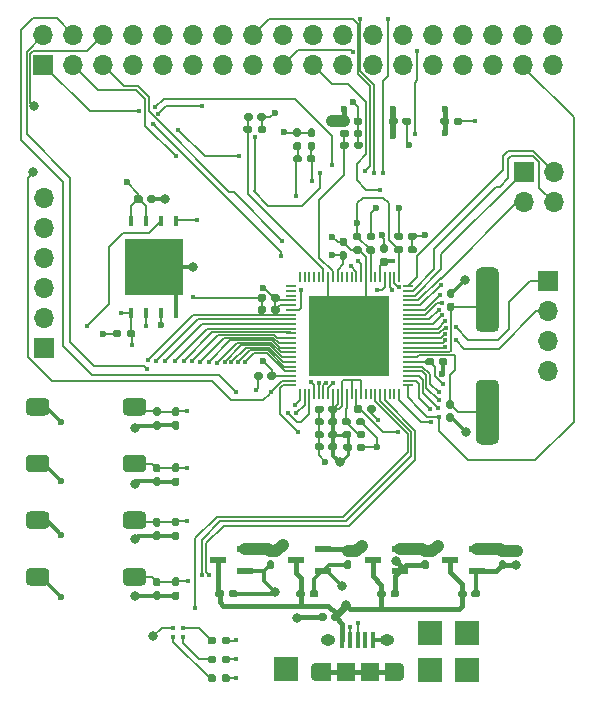
<source format=gbr>
%TF.GenerationSoftware,KiCad,Pcbnew,(5.1.7)-1*%
%TF.CreationDate,2020-10-27T23:28:53+01:00*%
%TF.ProjectId,f1c100s,66316331-3030-4732-9e6b-696361645f70,rev?*%
%TF.SameCoordinates,Original*%
%TF.FileFunction,Copper,L1,Top*%
%TF.FilePolarity,Positive*%
%FSLAX46Y46*%
G04 Gerber Fmt 4.6, Leading zero omitted, Abs format (unit mm)*
G04 Created by KiCad (PCBNEW (5.1.7)-1) date 2020-10-27 23:28:53*
%MOMM*%
%LPD*%
G01*
G04 APERTURE LIST*
%TA.AperFunction,ComponentPad*%
%ADD10O,1.700000X1.700000*%
%TD*%
%TA.AperFunction,ComponentPad*%
%ADD11R,1.700000X1.700000*%
%TD*%
%TA.AperFunction,SMDPad,CuDef*%
%ADD12R,1.400000X0.600000*%
%TD*%
%TA.AperFunction,SMDPad,CuDef*%
%ADD13R,2.000000X2.000000*%
%TD*%
%TA.AperFunction,ComponentPad*%
%ADD14O,0.890000X1.550000*%
%TD*%
%TA.AperFunction,SMDPad,CuDef*%
%ADD15R,1.200000X1.550000*%
%TD*%
%TA.AperFunction,SMDPad,CuDef*%
%ADD16R,1.500000X1.550000*%
%TD*%
%TA.AperFunction,ComponentPad*%
%ADD17O,1.250000X0.950000*%
%TD*%
%TA.AperFunction,SMDPad,CuDef*%
%ADD18R,0.400000X1.350000*%
%TD*%
%TA.AperFunction,SMDPad,CuDef*%
%ADD19R,4.900000X4.750000*%
%TD*%
%TA.AperFunction,SMDPad,CuDef*%
%ADD20R,0.450000X0.950000*%
%TD*%
%TA.AperFunction,SMDPad,CuDef*%
%ADD21R,6.840000X6.840000*%
%TD*%
%TA.AperFunction,SMDPad,CuDef*%
%ADD22R,0.200000X0.850000*%
%TD*%
%TA.AperFunction,SMDPad,CuDef*%
%ADD23R,0.850000X0.200000*%
%TD*%
%TA.AperFunction,SMDPad,CuDef*%
%ADD24R,0.400000X0.400000*%
%TD*%
%TA.AperFunction,ViaPad*%
%ADD25C,0.450000*%
%TD*%
%TA.AperFunction,ViaPad*%
%ADD26C,0.800000*%
%TD*%
%TA.AperFunction,ViaPad*%
%ADD27C,0.600000*%
%TD*%
%TA.AperFunction,Conductor*%
%ADD28C,0.400000*%
%TD*%
%TA.AperFunction,Conductor*%
%ADD29C,0.300000*%
%TD*%
%TA.AperFunction,Conductor*%
%ADD30C,0.200000*%
%TD*%
%TA.AperFunction,Conductor*%
%ADD31C,0.127000*%
%TD*%
%TA.AperFunction,Conductor*%
%ADD32C,1.000000*%
%TD*%
%TA.AperFunction,Conductor*%
%ADD33C,0.250000*%
%TD*%
%TA.AperFunction,Conductor*%
%ADD34C,0.500000*%
%TD*%
%TA.AperFunction,Conductor*%
%ADD35C,0.600000*%
%TD*%
G04 APERTURE END LIST*
D10*
%TO.P,J5,4*%
%TO.N,GND*%
X191325500Y-73875900D03*
%TO.P,J5,3*%
X191325500Y-71335900D03*
%TO.P,J5,2*%
%TO.N,UART0_TX*%
X191325500Y-68795900D03*
D11*
%TO.P,J5,1*%
%TO.N,UART0_RX*%
X191325500Y-66255900D03*
%TD*%
D12*
%TO.P,IC2,3*%
%TO.N,+5V*%
X183054426Y-89862800D03*
%TO.P,IC2,2*%
%TO.N,+1V2*%
X185354426Y-88912800D03*
%TO.P,IC2,1*%
%TO.N,GND*%
X185354426Y-90812800D03*
%TD*%
%TO.P,IC3,3*%
%TO.N,+5V*%
X176508484Y-89862800D03*
%TO.P,IC3,2*%
%TO.N,+2V5*%
X178808484Y-88912800D03*
%TO.P,IC3,1*%
%TO.N,GND*%
X178808484Y-90812800D03*
%TD*%
%TO.P,IC4,3*%
%TO.N,+5V*%
X169962542Y-89862800D03*
%TO.P,IC4,2*%
%TO.N,+2V8*%
X172262542Y-88912800D03*
%TO.P,IC4,1*%
%TO.N,GND*%
X172262542Y-90812800D03*
%TD*%
%TO.P,IC5,3*%
%TO.N,+5V*%
X163416600Y-89862800D03*
%TO.P,IC5,2*%
%TO.N,+3V3*%
X165716600Y-88912800D03*
%TO.P,IC5,1*%
%TO.N,GND*%
X165716600Y-90812800D03*
%TD*%
D10*
%TO.P,J4,4*%
%TO.N,TPX2*%
X191815720Y-59563000D03*
%TO.P,J4,3*%
%TO.N,TPY2*%
X189275720Y-59563000D03*
%TO.P,J4,2*%
%TO.N,TPX1*%
X191815720Y-57023000D03*
D11*
%TO.P,J4,1*%
%TO.N,TPY1*%
X189275720Y-57023000D03*
%TD*%
D10*
%TO.P,J2,36*%
%TO.N,GND*%
X191785240Y-45430440D03*
%TO.P,J2,35*%
%TO.N,LCD_D17*%
X191785240Y-47970440D03*
%TO.P,J2,34*%
%TO.N,GND*%
X189245240Y-45430440D03*
%TO.P,J2,33*%
%TO.N,LCD_D16*%
X189245240Y-47970440D03*
%TO.P,J2,32*%
%TO.N,GND*%
X186705240Y-45430440D03*
%TO.P,J2,31*%
%TO.N,LCD_D15*%
X186705240Y-47970440D03*
%TO.P,J2,30*%
%TO.N,+2V8*%
X184165240Y-45430440D03*
%TO.P,J2,29*%
%TO.N,LCD_D14*%
X184165240Y-47970440D03*
%TO.P,J2,28*%
%TO.N,+2V8*%
X181625240Y-45430440D03*
%TO.P,J2,27*%
%TO.N,LCD_D13*%
X181625240Y-47970440D03*
%TO.P,J2,26*%
%TO.N,+3V3*%
X179085240Y-45430440D03*
%TO.P,J2,25*%
%TO.N,LCD_D12*%
X179085240Y-47970440D03*
%TO.P,J2,24*%
%TO.N,+3V3*%
X176545240Y-45430440D03*
%TO.P,J2,23*%
%TO.N,LCD_D11*%
X176545240Y-47970440D03*
%TO.P,J2,22*%
%TO.N,+5V*%
X174005240Y-45430440D03*
%TO.P,J2,21*%
%TO.N,LCD_D10*%
X174005240Y-47970440D03*
%TO.P,J2,20*%
%TO.N,LCD_VSYNC*%
X171465240Y-45430440D03*
%TO.P,J2,19*%
%TO.N,LCD_D9*%
X171465240Y-47970440D03*
%TO.P,J2,18*%
%TO.N,LCD_HSYNC*%
X168925240Y-45430440D03*
%TO.P,J2,17*%
%TO.N,LCD_D8*%
X168925240Y-47970440D03*
%TO.P,J2,16*%
%TO.N,LCD_DE*%
X166385240Y-45430440D03*
%TO.P,J2,15*%
%TO.N,LCD_D7*%
X166385240Y-47970440D03*
%TO.P,J2,14*%
%TO.N,LCD_CLK*%
X163845240Y-45430440D03*
%TO.P,J2,13*%
%TO.N,LCD_D6*%
X163845240Y-47970440D03*
%TO.P,J2,12*%
%TO.N,LCD_D23*%
X161305240Y-45430440D03*
%TO.P,J2,11*%
%TO.N,LCD_D5*%
X161305240Y-47970440D03*
%TO.P,J2,10*%
%TO.N,LCD_D22*%
X158765240Y-45430440D03*
%TO.P,J2,9*%
%TO.N,LCD_D4*%
X158765240Y-47970440D03*
%TO.P,J2,8*%
%TO.N,LCD_D21*%
X156225240Y-45430440D03*
%TO.P,J2,7*%
%TO.N,LCD_D3*%
X156225240Y-47970440D03*
%TO.P,J2,6*%
%TO.N,LCD_D20*%
X153685240Y-45430440D03*
%TO.P,J2,5*%
%TO.N,LCD_D2*%
X153685240Y-47970440D03*
%TO.P,J2,4*%
%TO.N,LCD_D19*%
X151145240Y-45430440D03*
%TO.P,J2,3*%
%TO.N,LCD_D1*%
X151145240Y-47970440D03*
%TO.P,J2,2*%
%TO.N,LCD_D18*%
X148605240Y-45430440D03*
D11*
%TO.P,J2,1*%
%TO.N,LCD_D0*%
X148605240Y-47970440D03*
%TD*%
D10*
%TO.P,J3,6*%
%TO.N,GND*%
X148678900Y-59182000D03*
%TO.P,J3,5*%
X148678900Y-61722000D03*
%TO.P,J3,4*%
%TO.N,SPI0_MOSI*%
X148678900Y-64262000D03*
%TO.P,J3,3*%
%TO.N,SPI0_MISO*%
X148678900Y-66802000D03*
%TO.P,J3,2*%
%TO.N,SPI0_CS*%
X148678900Y-69342000D03*
D11*
%TO.P,J3,1*%
%TO.N,SPI0_CLK*%
X148678900Y-71882000D03*
%TD*%
%TO.P,SW4,2*%
%TO.N,+3V3*%
%TA.AperFunction,SMDPad,CuDef*%
G36*
G01*
X149128068Y-90926867D02*
X149128068Y-91676867D01*
G75*
G02*
X148753068Y-92051867I-375000J0D01*
G01*
X147503068Y-92051867D01*
G75*
G02*
X147128068Y-91676867I0J375000D01*
G01*
X147128068Y-90926867D01*
G75*
G02*
X147503068Y-90551867I375000J0D01*
G01*
X148753068Y-90551867D01*
G75*
G02*
X149128068Y-90926867I0J-375000D01*
G01*
G37*
%TD.AperFunction*%
%TO.P,SW4,1*%
%TO.N,DEBUG_SW4*%
%TA.AperFunction,SMDPad,CuDef*%
G36*
G01*
X157328068Y-90926867D02*
X157328068Y-91676867D01*
G75*
G02*
X156953068Y-92051867I-375000J0D01*
G01*
X155703068Y-92051867D01*
G75*
G02*
X155328068Y-91676867I0J375000D01*
G01*
X155328068Y-90926867D01*
G75*
G02*
X155703068Y-90551867I375000J0D01*
G01*
X156953068Y-90551867D01*
G75*
G02*
X157328068Y-90926867I0J-375000D01*
G01*
G37*
%TD.AperFunction*%
%TD*%
%TO.P,SW3,2*%
%TO.N,+3V3*%
%TA.AperFunction,SMDPad,CuDef*%
G36*
G01*
X149128068Y-86127310D02*
X149128068Y-86877310D01*
G75*
G02*
X148753068Y-87252310I-375000J0D01*
G01*
X147503068Y-87252310D01*
G75*
G02*
X147128068Y-86877310I0J375000D01*
G01*
X147128068Y-86127310D01*
G75*
G02*
X147503068Y-85752310I375000J0D01*
G01*
X148753068Y-85752310D01*
G75*
G02*
X149128068Y-86127310I0J-375000D01*
G01*
G37*
%TD.AperFunction*%
%TO.P,SW3,1*%
%TO.N,DEBUG_SW3*%
%TA.AperFunction,SMDPad,CuDef*%
G36*
G01*
X157328068Y-86127310D02*
X157328068Y-86877310D01*
G75*
G02*
X156953068Y-87252310I-375000J0D01*
G01*
X155703068Y-87252310D01*
G75*
G02*
X155328068Y-86877310I0J375000D01*
G01*
X155328068Y-86127310D01*
G75*
G02*
X155703068Y-85752310I375000J0D01*
G01*
X156953068Y-85752310D01*
G75*
G02*
X157328068Y-86127310I0J-375000D01*
G01*
G37*
%TD.AperFunction*%
%TD*%
D13*
%TO.P,TP5,1*%
%TO.N,+5V*%
X169138600Y-99085400D03*
%TD*%
%TO.P,TP4,1*%
%TO.N,+3V3*%
X181345840Y-99146360D03*
%TD*%
%TO.P,TP3,1*%
%TO.N,+2V8*%
X181345840Y-96047560D03*
%TD*%
%TO.P,TP2,1*%
%TO.N,+2V5*%
X184444640Y-96047560D03*
%TD*%
%TO.P,TP1,1*%
%TO.N,+1V2*%
X184444640Y-99146360D03*
%TD*%
%TO.P,SW2,2*%
%TO.N,+3V3*%
%TA.AperFunction,SMDPad,CuDef*%
G36*
G01*
X149128068Y-81327755D02*
X149128068Y-82077755D01*
G75*
G02*
X148753068Y-82452755I-375000J0D01*
G01*
X147503068Y-82452755D01*
G75*
G02*
X147128068Y-82077755I0J375000D01*
G01*
X147128068Y-81327755D01*
G75*
G02*
X147503068Y-80952755I375000J0D01*
G01*
X148753068Y-80952755D01*
G75*
G02*
X149128068Y-81327755I0J-375000D01*
G01*
G37*
%TD.AperFunction*%
%TO.P,SW2,1*%
%TO.N,DEBUG_SW2*%
%TA.AperFunction,SMDPad,CuDef*%
G36*
G01*
X157328068Y-81327755D02*
X157328068Y-82077755D01*
G75*
G02*
X156953068Y-82452755I-375000J0D01*
G01*
X155703068Y-82452755D01*
G75*
G02*
X155328068Y-82077755I0J375000D01*
G01*
X155328068Y-81327755D01*
G75*
G02*
X155703068Y-80952755I375000J0D01*
G01*
X156953068Y-80952755D01*
G75*
G02*
X157328068Y-81327755I0J-375000D01*
G01*
G37*
%TD.AperFunction*%
%TD*%
%TO.P,SW1,2*%
%TO.N,+3V3*%
%TA.AperFunction,SMDPad,CuDef*%
G36*
G01*
X149128068Y-76528200D02*
X149128068Y-77278200D01*
G75*
G02*
X148753068Y-77653200I-375000J0D01*
G01*
X147503068Y-77653200D01*
G75*
G02*
X147128068Y-77278200I0J375000D01*
G01*
X147128068Y-76528200D01*
G75*
G02*
X147503068Y-76153200I375000J0D01*
G01*
X148753068Y-76153200D01*
G75*
G02*
X149128068Y-76528200I0J-375000D01*
G01*
G37*
%TD.AperFunction*%
%TO.P,SW1,1*%
%TO.N,DEBUG_SW1*%
%TA.AperFunction,SMDPad,CuDef*%
G36*
G01*
X157328068Y-76528200D02*
X157328068Y-77278200D01*
G75*
G02*
X156953068Y-77653200I-375000J0D01*
G01*
X155703068Y-77653200D01*
G75*
G02*
X155328068Y-77278200I0J375000D01*
G01*
X155328068Y-76528200D01*
G75*
G02*
X155703068Y-76153200I375000J0D01*
G01*
X156953068Y-76153200D01*
G75*
G02*
X157328068Y-76528200I0J-375000D01*
G01*
G37*
%TD.AperFunction*%
%TD*%
D14*
%TO.P,J1,6*%
%TO.N,GND*%
X178734600Y-99369400D03*
X171734600Y-99369400D03*
D15*
X178134600Y-99369400D03*
X172334600Y-99369400D03*
D16*
X176234600Y-99369400D03*
X174234600Y-99369400D03*
D17*
X177734600Y-96669400D03*
X172734600Y-96669400D03*
D18*
%TO.P,J1,5*%
X176534600Y-96669400D03*
%TO.P,J1,4*%
%TO.N,Net-(J1-Pad4)*%
X175884600Y-96669400D03*
%TO.P,J1,3*%
%TO.N,USB_P*%
X175234600Y-96669400D03*
%TO.P,J1,2*%
%TO.N,USB_N*%
X174584600Y-96669400D03*
%TO.P,J1,1*%
%TO.N,+5V*%
X173934600Y-96669400D03*
%TD*%
D19*
%TO.P,IC6,9*%
%TO.N,GND*%
X157962600Y-65100200D03*
D20*
%TO.P,IC6,8*%
%TO.N,+3V3*%
X156057600Y-61200200D03*
%TO.P,IC6,7*%
X157327600Y-61200200D03*
%TO.P,IC6,6*%
%TO.N,SPI0_CLK*%
X158597600Y-61200200D03*
%TO.P,IC6,5*%
%TO.N,SPI0_MOSI*%
X159867600Y-61200200D03*
%TO.P,IC6,4*%
%TO.N,GND*%
X159867600Y-69000200D03*
%TO.P,IC6,3*%
%TO.N,+3V3*%
X158597600Y-69000200D03*
%TO.P,IC6,2*%
%TO.N,SPI0_MISO*%
X157327600Y-69000200D03*
%TO.P,IC6,1*%
%TO.N,SPI0_CS*%
X156057600Y-69000200D03*
%TD*%
D21*
%TO.P,IC1,89*%
%TO.N,GND*%
X174523400Y-70891400D03*
D22*
%TO.P,IC1,88*%
%TO.N,Net-(IC1-Pad88)*%
X170323400Y-65941400D03*
%TO.P,IC1,87*%
%TO.N,Net-(IC1-Pad87)*%
X170723400Y-65941400D03*
%TO.P,IC1,86*%
%TO.N,Net-(IC1-Pad86)*%
X171123400Y-65941400D03*
%TO.P,IC1,85*%
%TO.N,Net-(IC1-Pad85)*%
X171523400Y-65941400D03*
%TO.P,IC1,84*%
%TO.N,Net-(IC1-Pad84)*%
X171923400Y-65941400D03*
%TO.P,IC1,83*%
%TO.N,/MPU/VRA2*%
X172323400Y-65941400D03*
%TO.P,IC1,82*%
%TO.N,GND*%
X172723400Y-65941400D03*
%TO.P,IC1,81*%
%TO.N,/MPU/VRA1*%
X173123400Y-65941400D03*
%TO.P,IC1,80*%
%TO.N,+2V8*%
X173523400Y-65941400D03*
%TO.P,IC1,79*%
%TO.N,Net-(IC1-Pad79)*%
X173923400Y-65941400D03*
%TO.P,IC1,78*%
%TO.N,Net-(IC1-Pad78)*%
X174323400Y-65941400D03*
%TO.P,IC1,77*%
%TO.N,Net-(IC1-Pad77)*%
X174723400Y-65941400D03*
%TO.P,IC1,76*%
%TO.N,/MPU/TV_VRP*%
X175123400Y-65941400D03*
%TO.P,IC1,75*%
%TO.N,/MPU/TV_VRN*%
X175523400Y-65941400D03*
%TO.P,IC1,74*%
%TO.N,GND*%
X175923400Y-65941400D03*
%TO.P,IC1,73*%
%TO.N,+3V3*%
X176323400Y-65941400D03*
%TO.P,IC1,72*%
%TO.N,Net-(IC1-Pad72)*%
X176723400Y-65941400D03*
%TO.P,IC1,71*%
%TO.N,+1V2*%
X177123400Y-65941400D03*
%TO.P,IC1,70*%
%TO.N,Net-(C22-Pad1)*%
X177523400Y-65941400D03*
%TO.P,IC1,69*%
%TO.N,USB_P*%
X177923400Y-65941400D03*
%TO.P,IC1,68*%
%TO.N,USB_N*%
X178323400Y-65941400D03*
%TO.P,IC1,67*%
%TO.N,+3V3*%
X178723400Y-65941400D03*
D23*
%TO.P,IC1,66*%
%TO.N,TPX1*%
X179473400Y-66691400D03*
%TO.P,IC1,65*%
%TO.N,TPX2*%
X179473400Y-67091400D03*
%TO.P,IC1,64*%
%TO.N,TPY1*%
X179473400Y-67491400D03*
%TO.P,IC1,63*%
%TO.N,TPY2*%
X179473400Y-67891400D03*
%TO.P,IC1,62*%
%TO.N,SPI0_MOSI*%
X179473400Y-68291400D03*
%TO.P,IC1,61*%
%TO.N,SPI0_MISO*%
X179473400Y-68691400D03*
%TO.P,IC1,60*%
%TO.N,SPI0_CS*%
X179473400Y-69091400D03*
%TO.P,IC1,59*%
%TO.N,SPI0_CLK*%
X179473400Y-69491400D03*
%TO.P,IC1,58*%
%TO.N,DEBUG_SW1*%
X179473400Y-69891400D03*
%TO.P,IC1,57*%
%TO.N,DEBUG_SW2*%
X179473400Y-70291400D03*
%TO.P,IC1,56*%
%TO.N,UART0_RX*%
X179473400Y-70691400D03*
%TO.P,IC1,55*%
%TO.N,DEBUG_SW3*%
X179473400Y-71091400D03*
%TO.P,IC1,54*%
%TO.N,UART0_TX*%
X179473400Y-71491400D03*
%TO.P,IC1,53*%
%TO.N,DEBUG_SW4*%
X179473400Y-71891400D03*
%TO.P,IC1,52*%
%TO.N,/MPU/HOSCO*%
X179473400Y-72291400D03*
%TO.P,IC1,51*%
%TO.N,/MPU/HOSCI*%
X179473400Y-72691400D03*
%TO.P,IC1,50*%
%TO.N,+3V3*%
X179473400Y-73091400D03*
%TO.P,IC1,49*%
%TO.N,LCD_D0*%
X179473400Y-73491400D03*
%TO.P,IC1,48*%
%TO.N,LCD_D1*%
X179473400Y-73891400D03*
%TO.P,IC1,47*%
%TO.N,LCD_D8*%
X179473400Y-74291400D03*
%TO.P,IC1,46*%
%TO.N,LCD_D9*%
X179473400Y-74691400D03*
%TO.P,IC1,45*%
%TO.N,LCD_D16*%
X179473400Y-75091400D03*
D22*
%TO.P,IC1,44*%
%TO.N,LCD_D17*%
X178723400Y-75841400D03*
%TO.P,IC1,43*%
%TO.N,Net-(IC1-Pad43)*%
X178323400Y-75841400D03*
%TO.P,IC1,42*%
%TO.N,Net-(IC1-Pad42)*%
X177923400Y-75841400D03*
%TO.P,IC1,41*%
%TO.N,DEBUG_LED1*%
X177523400Y-75841400D03*
%TO.P,IC1,40*%
%TO.N,DEBUG_LED2*%
X177123400Y-75841400D03*
%TO.P,IC1,39*%
%TO.N,DEBUG_LED3*%
X176723400Y-75841400D03*
%TO.P,IC1,38*%
%TO.N,Net-(IC1-Pad38)*%
X176323400Y-75841400D03*
%TO.P,IC1,37*%
%TO.N,Net-(IC1-Pad37)*%
X175923400Y-75841400D03*
%TO.P,IC1,36*%
%TO.N,+2V5*%
X175523400Y-75841400D03*
%TO.P,IC1,35*%
%TO.N,+1V2*%
X175123400Y-75841400D03*
%TO.P,IC1,34*%
%TO.N,+2V5*%
X174723400Y-75841400D03*
%TO.P,IC1,33*%
%TO.N,Net-(IC1-Pad33)*%
X174323400Y-75841400D03*
%TO.P,IC1,32*%
%TO.N,+2V5*%
X173923400Y-75841400D03*
%TO.P,IC1,31*%
X173523400Y-75841400D03*
%TO.P,IC1,30*%
X173123400Y-75841400D03*
%TO.P,IC1,29*%
%TO.N,LCD_VSYNC*%
X172723400Y-75841400D03*
%TO.P,IC1,28*%
%TO.N,LCD_HSYNC*%
X172323400Y-75841400D03*
%TO.P,IC1,27*%
%TO.N,LCD_DE*%
X171923400Y-75841400D03*
%TO.P,IC1,26*%
%TO.N,LCD_CLK*%
X171523400Y-75841400D03*
%TO.P,IC1,25*%
%TO.N,LCD_D23*%
X171123400Y-75841400D03*
%TO.P,IC1,24*%
%TO.N,LCD_D22*%
X170723400Y-75841400D03*
%TO.P,IC1,23*%
%TO.N,LCD_D21*%
X170323400Y-75841400D03*
D23*
%TO.P,IC1,22*%
%TO.N,+1V2*%
X169573400Y-75091400D03*
%TO.P,IC1,21*%
%TO.N,LCD_D20*%
X169573400Y-74691400D03*
%TO.P,IC1,20*%
%TO.N,+3V3*%
X169573400Y-74291400D03*
%TO.P,IC1,19*%
%TO.N,LCD_D19*%
X169573400Y-73891400D03*
%TO.P,IC1,18*%
%TO.N,LCD_D18*%
X169573400Y-73491400D03*
%TO.P,IC1,17*%
%TO.N,LCD_D15*%
X169573400Y-73091400D03*
%TO.P,IC1,16*%
%TO.N,LCD_D14*%
X169573400Y-72691400D03*
%TO.P,IC1,15*%
%TO.N,LCD_D13*%
X169573400Y-72291400D03*
%TO.P,IC1,14*%
%TO.N,LCD_D12*%
X169573400Y-71891400D03*
%TO.P,IC1,13*%
%TO.N,LCD_D11*%
X169573400Y-71491400D03*
%TO.P,IC1,12*%
%TO.N,LCD_D10*%
X169573400Y-71091400D03*
%TO.P,IC1,11*%
%TO.N,LCD_D7*%
X169573400Y-70691400D03*
%TO.P,IC1,10*%
%TO.N,LCD_D6*%
X169573400Y-70291400D03*
%TO.P,IC1,9*%
%TO.N,LCD_D5*%
X169573400Y-69891400D03*
%TO.P,IC1,8*%
%TO.N,LCD_D4*%
X169573400Y-69491400D03*
%TO.P,IC1,7*%
%TO.N,LCD_D3*%
X169573400Y-69091400D03*
%TO.P,IC1,6*%
%TO.N,LCD_D2*%
X169573400Y-68691400D03*
%TO.P,IC1,5*%
%TO.N,+3V3*%
X169573400Y-68291400D03*
%TO.P,IC1,4*%
X169573400Y-67891400D03*
%TO.P,IC1,3*%
%TO.N,Net-(IC1-Pad3)*%
X169573400Y-67491400D03*
%TO.P,IC1,2*%
%TO.N,Net-(IC1-Pad2)*%
X169573400Y-67091400D03*
%TO.P,IC1,1*%
%TO.N,Net-(IC1-Pad1)*%
X169573400Y-66691400D03*
%TD*%
D24*
%TO.P,D1,4*%
%TO.N,Net-(D1-Pad4)*%
X159612380Y-96389140D03*
%TO.P,D1,3*%
%TO.N,Net-(D1-Pad3)*%
X160412380Y-96389140D03*
%TO.P,D1,1*%
%TO.N,+3V3*%
X159612380Y-95589140D03*
%TO.P,D1,2*%
%TO.N,Net-(D1-Pad2)*%
X160412380Y-95589140D03*
%TD*%
%TO.P,Y1,2*%
%TO.N,/MPU/HOSCO*%
%TA.AperFunction,SMDPad,CuDef*%
G36*
G01*
X186707400Y-70593200D02*
X185707400Y-70593200D01*
G75*
G02*
X185207400Y-70093200I0J500000D01*
G01*
X185207400Y-65593200D01*
G75*
G02*
X185707400Y-65093200I500000J0D01*
G01*
X186707400Y-65093200D01*
G75*
G02*
X187207400Y-65593200I0J-500000D01*
G01*
X187207400Y-70093200D01*
G75*
G02*
X186707400Y-70593200I-500000J0D01*
G01*
G37*
%TD.AperFunction*%
%TO.P,Y1,1*%
%TO.N,/MPU/HOSCI*%
%TA.AperFunction,SMDPad,CuDef*%
G36*
G01*
X186707400Y-80093200D02*
X185707400Y-80093200D01*
G75*
G02*
X185207400Y-79593200I0J500000D01*
G01*
X185207400Y-75093200D01*
G75*
G02*
X185707400Y-74593200I500000J0D01*
G01*
X186707400Y-74593200D01*
G75*
G02*
X187207400Y-75093200I0J-500000D01*
G01*
X187207400Y-79593200D01*
G75*
G02*
X186707400Y-80093200I-500000J0D01*
G01*
G37*
%TD.AperFunction*%
%TD*%
%TO.P,C1,1*%
%TO.N,+1V2*%
%TA.AperFunction,SMDPad,CuDef*%
G36*
G01*
X177604480Y-65003960D02*
X177294480Y-65003960D01*
G75*
G02*
X177139480Y-64848960I0J155000D01*
G01*
X177139480Y-64423960D01*
G75*
G02*
X177294480Y-64268960I155000J0D01*
G01*
X177604480Y-64268960D01*
G75*
G02*
X177759480Y-64423960I0J-155000D01*
G01*
X177759480Y-64848960D01*
G75*
G02*
X177604480Y-65003960I-155000J0D01*
G01*
G37*
%TD.AperFunction*%
%TO.P,C1,2*%
%TO.N,GND*%
%TA.AperFunction,SMDPad,CuDef*%
G36*
G01*
X177604480Y-63868960D02*
X177294480Y-63868960D01*
G75*
G02*
X177139480Y-63713960I0J155000D01*
G01*
X177139480Y-63288960D01*
G75*
G02*
X177294480Y-63133960I155000J0D01*
G01*
X177604480Y-63133960D01*
G75*
G02*
X177759480Y-63288960I0J-155000D01*
G01*
X177759480Y-63713960D01*
G75*
G02*
X177604480Y-63868960I-155000J0D01*
G01*
G37*
%TD.AperFunction*%
%TD*%
%TO.P,C2,2*%
%TO.N,GND*%
%TA.AperFunction,SMDPad,CuDef*%
G36*
G01*
X174150080Y-63310160D02*
X173840080Y-63310160D01*
G75*
G02*
X173685080Y-63155160I0J155000D01*
G01*
X173685080Y-62730160D01*
G75*
G02*
X173840080Y-62575160I155000J0D01*
G01*
X174150080Y-62575160D01*
G75*
G02*
X174305080Y-62730160I0J-155000D01*
G01*
X174305080Y-63155160D01*
G75*
G02*
X174150080Y-63310160I-155000J0D01*
G01*
G37*
%TD.AperFunction*%
%TO.P,C2,1*%
%TO.N,+2V8*%
%TA.AperFunction,SMDPad,CuDef*%
G36*
G01*
X174150080Y-64445160D02*
X173840080Y-64445160D01*
G75*
G02*
X173685080Y-64290160I0J155000D01*
G01*
X173685080Y-63865160D01*
G75*
G02*
X173840080Y-63710160I155000J0D01*
G01*
X174150080Y-63710160D01*
G75*
G02*
X174305080Y-63865160I0J-155000D01*
G01*
X174305080Y-64290160D01*
G75*
G02*
X174150080Y-64445160I-155000J0D01*
G01*
G37*
%TD.AperFunction*%
%TD*%
%TO.P,C3,2*%
%TO.N,GND*%
%TA.AperFunction,SMDPad,CuDef*%
G36*
G01*
X176018800Y-77244000D02*
X176018800Y-76934000D01*
G75*
G02*
X176173800Y-76779000I155000J0D01*
G01*
X176598800Y-76779000D01*
G75*
G02*
X176753800Y-76934000I0J-155000D01*
G01*
X176753800Y-77244000D01*
G75*
G02*
X176598800Y-77399000I-155000J0D01*
G01*
X176173800Y-77399000D01*
G75*
G02*
X176018800Y-77244000I0J155000D01*
G01*
G37*
%TD.AperFunction*%
%TO.P,C3,1*%
%TO.N,+1V2*%
%TA.AperFunction,SMDPad,CuDef*%
G36*
G01*
X174883800Y-77244000D02*
X174883800Y-76934000D01*
G75*
G02*
X175038800Y-76779000I155000J0D01*
G01*
X175463800Y-76779000D01*
G75*
G02*
X175618800Y-76934000I0J-155000D01*
G01*
X175618800Y-77244000D01*
G75*
G02*
X175463800Y-77399000I-155000J0D01*
G01*
X175038800Y-77399000D01*
G75*
G02*
X174883800Y-77244000I0J155000D01*
G01*
G37*
%TD.AperFunction*%
%TD*%
%TO.P,C4,1*%
%TO.N,+2V5*%
%TA.AperFunction,SMDPad,CuDef*%
G36*
G01*
X173477200Y-76959400D02*
X173477200Y-77269400D01*
G75*
G02*
X173322200Y-77424400I-155000J0D01*
G01*
X172897200Y-77424400D01*
G75*
G02*
X172742200Y-77269400I0J155000D01*
G01*
X172742200Y-76959400D01*
G75*
G02*
X172897200Y-76804400I155000J0D01*
G01*
X173322200Y-76804400D01*
G75*
G02*
X173477200Y-76959400I0J-155000D01*
G01*
G37*
%TD.AperFunction*%
%TO.P,C4,2*%
%TO.N,GND*%
%TA.AperFunction,SMDPad,CuDef*%
G36*
G01*
X172342200Y-76959400D02*
X172342200Y-77269400D01*
G75*
G02*
X172187200Y-77424400I-155000J0D01*
G01*
X171762200Y-77424400D01*
G75*
G02*
X171607200Y-77269400I0J155000D01*
G01*
X171607200Y-76959400D01*
G75*
G02*
X171762200Y-76804400I155000J0D01*
G01*
X172187200Y-76804400D01*
G75*
G02*
X172342200Y-76959400I0J-155000D01*
G01*
G37*
%TD.AperFunction*%
%TD*%
%TO.P,C5,2*%
%TO.N,GND*%
%TA.AperFunction,SMDPad,CuDef*%
G36*
G01*
X172342200Y-78013500D02*
X172342200Y-78323500D01*
G75*
G02*
X172187200Y-78478500I-155000J0D01*
G01*
X171762200Y-78478500D01*
G75*
G02*
X171607200Y-78323500I0J155000D01*
G01*
X171607200Y-78013500D01*
G75*
G02*
X171762200Y-77858500I155000J0D01*
G01*
X172187200Y-77858500D01*
G75*
G02*
X172342200Y-78013500I0J-155000D01*
G01*
G37*
%TD.AperFunction*%
%TO.P,C5,1*%
%TO.N,+2V5*%
%TA.AperFunction,SMDPad,CuDef*%
G36*
G01*
X173477200Y-78013500D02*
X173477200Y-78323500D01*
G75*
G02*
X173322200Y-78478500I-155000J0D01*
G01*
X172897200Y-78478500D01*
G75*
G02*
X172742200Y-78323500I0J155000D01*
G01*
X172742200Y-78013500D01*
G75*
G02*
X172897200Y-77858500I155000J0D01*
G01*
X173322200Y-77858500D01*
G75*
G02*
X173477200Y-78013500I0J-155000D01*
G01*
G37*
%TD.AperFunction*%
%TD*%
%TO.P,C6,2*%
%TO.N,GND*%
%TA.AperFunction,SMDPad,CuDef*%
G36*
G01*
X172342200Y-79093000D02*
X172342200Y-79403000D01*
G75*
G02*
X172187200Y-79558000I-155000J0D01*
G01*
X171762200Y-79558000D01*
G75*
G02*
X171607200Y-79403000I0J155000D01*
G01*
X171607200Y-79093000D01*
G75*
G02*
X171762200Y-78938000I155000J0D01*
G01*
X172187200Y-78938000D01*
G75*
G02*
X172342200Y-79093000I0J-155000D01*
G01*
G37*
%TD.AperFunction*%
%TO.P,C6,1*%
%TO.N,+2V5*%
%TA.AperFunction,SMDPad,CuDef*%
G36*
G01*
X173477200Y-79093000D02*
X173477200Y-79403000D01*
G75*
G02*
X173322200Y-79558000I-155000J0D01*
G01*
X172897200Y-79558000D01*
G75*
G02*
X172742200Y-79403000I0J155000D01*
G01*
X172742200Y-79093000D01*
G75*
G02*
X172897200Y-78938000I155000J0D01*
G01*
X173322200Y-78938000D01*
G75*
G02*
X173477200Y-79093000I0J-155000D01*
G01*
G37*
%TD.AperFunction*%
%TD*%
%TO.P,C7,1*%
%TO.N,+2V5*%
%TA.AperFunction,SMDPad,CuDef*%
G36*
G01*
X174007500Y-80495200D02*
X174007500Y-80185200D01*
G75*
G02*
X174162500Y-80030200I155000J0D01*
G01*
X174587500Y-80030200D01*
G75*
G02*
X174742500Y-80185200I0J-155000D01*
G01*
X174742500Y-80495200D01*
G75*
G02*
X174587500Y-80650200I-155000J0D01*
G01*
X174162500Y-80650200D01*
G75*
G02*
X174007500Y-80495200I0J155000D01*
G01*
G37*
%TD.AperFunction*%
%TO.P,C7,2*%
%TO.N,GND*%
%TA.AperFunction,SMDPad,CuDef*%
G36*
G01*
X175142500Y-80495200D02*
X175142500Y-80185200D01*
G75*
G02*
X175297500Y-80030200I155000J0D01*
G01*
X175722500Y-80030200D01*
G75*
G02*
X175877500Y-80185200I0J-155000D01*
G01*
X175877500Y-80495200D01*
G75*
G02*
X175722500Y-80650200I-155000J0D01*
G01*
X175297500Y-80650200D01*
G75*
G02*
X175142500Y-80495200I0J155000D01*
G01*
G37*
%TD.AperFunction*%
%TD*%
%TO.P,C10,2*%
%TO.N,GND*%
%TA.AperFunction,SMDPad,CuDef*%
G36*
G01*
X172342200Y-80134400D02*
X172342200Y-80444400D01*
G75*
G02*
X172187200Y-80599400I-155000J0D01*
G01*
X171762200Y-80599400D01*
G75*
G02*
X171607200Y-80444400I0J155000D01*
G01*
X171607200Y-80134400D01*
G75*
G02*
X171762200Y-79979400I155000J0D01*
G01*
X172187200Y-79979400D01*
G75*
G02*
X172342200Y-80134400I0J-155000D01*
G01*
G37*
%TD.AperFunction*%
%TO.P,C10,1*%
%TO.N,+2V5*%
%TA.AperFunction,SMDPad,CuDef*%
G36*
G01*
X173477200Y-80134400D02*
X173477200Y-80444400D01*
G75*
G02*
X173322200Y-80599400I-155000J0D01*
G01*
X172897200Y-80599400D01*
G75*
G02*
X172742200Y-80444400I0J155000D01*
G01*
X172742200Y-80134400D01*
G75*
G02*
X172897200Y-79979400I155000J0D01*
G01*
X173322200Y-79979400D01*
G75*
G02*
X173477200Y-80134400I0J-155000D01*
G01*
G37*
%TD.AperFunction*%
%TD*%
%TO.P,C11,1*%
%TO.N,+3V3*%
%TA.AperFunction,SMDPad,CuDef*%
G36*
G01*
X168613100Y-68539300D02*
X168613100Y-68849300D01*
G75*
G02*
X168458100Y-69004300I-155000J0D01*
G01*
X168033100Y-69004300D01*
G75*
G02*
X167878100Y-68849300I0J155000D01*
G01*
X167878100Y-68539300D01*
G75*
G02*
X168033100Y-68384300I155000J0D01*
G01*
X168458100Y-68384300D01*
G75*
G02*
X168613100Y-68539300I0J-155000D01*
G01*
G37*
%TD.AperFunction*%
%TO.P,C11,2*%
%TO.N,GND*%
%TA.AperFunction,SMDPad,CuDef*%
G36*
G01*
X167478100Y-68539300D02*
X167478100Y-68849300D01*
G75*
G02*
X167323100Y-69004300I-155000J0D01*
G01*
X166898100Y-69004300D01*
G75*
G02*
X166743100Y-68849300I0J155000D01*
G01*
X166743100Y-68539300D01*
G75*
G02*
X166898100Y-68384300I155000J0D01*
G01*
X167323100Y-68384300D01*
G75*
G02*
X167478100Y-68539300I0J-155000D01*
G01*
G37*
%TD.AperFunction*%
%TD*%
%TO.P,C12,2*%
%TO.N,GND*%
%TA.AperFunction,SMDPad,CuDef*%
G36*
G01*
X182089400Y-73243500D02*
X182089400Y-72933500D01*
G75*
G02*
X182244400Y-72778500I155000J0D01*
G01*
X182669400Y-72778500D01*
G75*
G02*
X182824400Y-72933500I0J-155000D01*
G01*
X182824400Y-73243500D01*
G75*
G02*
X182669400Y-73398500I-155000J0D01*
G01*
X182244400Y-73398500D01*
G75*
G02*
X182089400Y-73243500I0J155000D01*
G01*
G37*
%TD.AperFunction*%
%TO.P,C12,1*%
%TO.N,+3V3*%
%TA.AperFunction,SMDPad,CuDef*%
G36*
G01*
X180954400Y-73243500D02*
X180954400Y-72933500D01*
G75*
G02*
X181109400Y-72778500I155000J0D01*
G01*
X181534400Y-72778500D01*
G75*
G02*
X181689400Y-72933500I0J-155000D01*
G01*
X181689400Y-73243500D01*
G75*
G02*
X181534400Y-73398500I-155000J0D01*
G01*
X181109400Y-73398500D01*
G75*
G02*
X180954400Y-73243500I0J155000D01*
G01*
G37*
%TD.AperFunction*%
%TD*%
%TO.P,C13,2*%
%TO.N,GND*%
%TA.AperFunction,SMDPad,CuDef*%
G36*
G01*
X167478100Y-67523300D02*
X167478100Y-67833300D01*
G75*
G02*
X167323100Y-67988300I-155000J0D01*
G01*
X166898100Y-67988300D01*
G75*
G02*
X166743100Y-67833300I0J155000D01*
G01*
X166743100Y-67523300D01*
G75*
G02*
X166898100Y-67368300I155000J0D01*
G01*
X167323100Y-67368300D01*
G75*
G02*
X167478100Y-67523300I0J-155000D01*
G01*
G37*
%TD.AperFunction*%
%TO.P,C13,1*%
%TO.N,+3V3*%
%TA.AperFunction,SMDPad,CuDef*%
G36*
G01*
X168613100Y-67523300D02*
X168613100Y-67833300D01*
G75*
G02*
X168458100Y-67988300I-155000J0D01*
G01*
X168033100Y-67988300D01*
G75*
G02*
X167878100Y-67833300I0J155000D01*
G01*
X167878100Y-67523300D01*
G75*
G02*
X168033100Y-67368300I155000J0D01*
G01*
X168458100Y-67368300D01*
G75*
G02*
X168613100Y-67523300I0J-155000D01*
G01*
G37*
%TD.AperFunction*%
%TD*%
%TO.P,C14,1*%
%TO.N,+3V3*%
%TA.AperFunction,SMDPad,CuDef*%
G36*
G01*
X178338200Y-63761680D02*
X178338200Y-63451680D01*
G75*
G02*
X178493200Y-63296680I155000J0D01*
G01*
X178918200Y-63296680D01*
G75*
G02*
X179073200Y-63451680I0J-155000D01*
G01*
X179073200Y-63761680D01*
G75*
G02*
X178918200Y-63916680I-155000J0D01*
G01*
X178493200Y-63916680D01*
G75*
G02*
X178338200Y-63761680I0J155000D01*
G01*
G37*
%TD.AperFunction*%
%TO.P,C14,2*%
%TO.N,GND*%
%TA.AperFunction,SMDPad,CuDef*%
G36*
G01*
X179473200Y-63761680D02*
X179473200Y-63451680D01*
G75*
G02*
X179628200Y-63296680I155000J0D01*
G01*
X180053200Y-63296680D01*
G75*
G02*
X180208200Y-63451680I0J-155000D01*
G01*
X180208200Y-63761680D01*
G75*
G02*
X180053200Y-63916680I-155000J0D01*
G01*
X179628200Y-63916680D01*
G75*
G02*
X179473200Y-63761680I0J155000D01*
G01*
G37*
%TD.AperFunction*%
%TD*%
%TO.P,C15,1*%
%TO.N,+3V3*%
%TA.AperFunction,SMDPad,CuDef*%
G36*
G01*
X168318460Y-74124760D02*
X168318460Y-74434760D01*
G75*
G02*
X168163460Y-74589760I-155000J0D01*
G01*
X167738460Y-74589760D01*
G75*
G02*
X167583460Y-74434760I0J155000D01*
G01*
X167583460Y-74124760D01*
G75*
G02*
X167738460Y-73969760I155000J0D01*
G01*
X168163460Y-73969760D01*
G75*
G02*
X168318460Y-74124760I0J-155000D01*
G01*
G37*
%TD.AperFunction*%
%TO.P,C15,2*%
%TO.N,GND*%
%TA.AperFunction,SMDPad,CuDef*%
G36*
G01*
X167183460Y-74124760D02*
X167183460Y-74434760D01*
G75*
G02*
X167028460Y-74589760I-155000J0D01*
G01*
X166603460Y-74589760D01*
G75*
G02*
X166448460Y-74434760I0J155000D01*
G01*
X166448460Y-74124760D01*
G75*
G02*
X166603460Y-73969760I155000J0D01*
G01*
X167028460Y-73969760D01*
G75*
G02*
X167183460Y-74124760I0J-155000D01*
G01*
G37*
%TD.AperFunction*%
%TD*%
%TO.P,C16,2*%
%TO.N,GND*%
%TA.AperFunction,SMDPad,CuDef*%
G36*
G01*
X175568000Y-63477080D02*
X175568000Y-63787080D01*
G75*
G02*
X175413000Y-63942080I-155000J0D01*
G01*
X174988000Y-63942080D01*
G75*
G02*
X174833000Y-63787080I0J155000D01*
G01*
X174833000Y-63477080D01*
G75*
G02*
X174988000Y-63322080I155000J0D01*
G01*
X175413000Y-63322080D01*
G75*
G02*
X175568000Y-63477080I0J-155000D01*
G01*
G37*
%TD.AperFunction*%
%TO.P,C16,1*%
%TO.N,+3V3*%
%TA.AperFunction,SMDPad,CuDef*%
G36*
G01*
X176703000Y-63477080D02*
X176703000Y-63787080D01*
G75*
G02*
X176548000Y-63942080I-155000J0D01*
G01*
X176123000Y-63942080D01*
G75*
G02*
X175968000Y-63787080I0J155000D01*
G01*
X175968000Y-63477080D01*
G75*
G02*
X176123000Y-63322080I155000J0D01*
G01*
X176548000Y-63322080D01*
G75*
G02*
X176703000Y-63477080I0J-155000D01*
G01*
G37*
%TD.AperFunction*%
%TD*%
%TO.P,C17,1*%
%TO.N,/MPU/VRA1*%
%TA.AperFunction,SMDPad,CuDef*%
G36*
G01*
X173741120Y-53901400D02*
X173741120Y-53591400D01*
G75*
G02*
X173896120Y-53436400I155000J0D01*
G01*
X174321120Y-53436400D01*
G75*
G02*
X174476120Y-53591400I0J-155000D01*
G01*
X174476120Y-53901400D01*
G75*
G02*
X174321120Y-54056400I-155000J0D01*
G01*
X173896120Y-54056400D01*
G75*
G02*
X173741120Y-53901400I0J155000D01*
G01*
G37*
%TD.AperFunction*%
%TO.P,C17,2*%
%TO.N,GND*%
%TA.AperFunction,SMDPad,CuDef*%
G36*
G01*
X174876120Y-53901400D02*
X174876120Y-53591400D01*
G75*
G02*
X175031120Y-53436400I155000J0D01*
G01*
X175456120Y-53436400D01*
G75*
G02*
X175611120Y-53591400I0J-155000D01*
G01*
X175611120Y-53901400D01*
G75*
G02*
X175456120Y-54056400I-155000J0D01*
G01*
X175031120Y-54056400D01*
G75*
G02*
X174876120Y-53901400I0J155000D01*
G01*
G37*
%TD.AperFunction*%
%TD*%
%TO.P,C18,2*%
%TO.N,GND*%
%TA.AperFunction,SMDPad,CuDef*%
G36*
G01*
X166724620Y-52517100D02*
X166724620Y-52207100D01*
G75*
G02*
X166879620Y-52052100I155000J0D01*
G01*
X167304620Y-52052100D01*
G75*
G02*
X167459620Y-52207100I0J-155000D01*
G01*
X167459620Y-52517100D01*
G75*
G02*
X167304620Y-52672100I-155000J0D01*
G01*
X166879620Y-52672100D01*
G75*
G02*
X166724620Y-52517100I0J155000D01*
G01*
G37*
%TD.AperFunction*%
%TO.P,C18,1*%
%TO.N,/MPU/VRA2*%
%TA.AperFunction,SMDPad,CuDef*%
G36*
G01*
X165589620Y-52517100D02*
X165589620Y-52207100D01*
G75*
G02*
X165744620Y-52052100I155000J0D01*
G01*
X166169620Y-52052100D01*
G75*
G02*
X166324620Y-52207100I0J-155000D01*
G01*
X166324620Y-52517100D01*
G75*
G02*
X166169620Y-52672100I-155000J0D01*
G01*
X165744620Y-52672100D01*
G75*
G02*
X165589620Y-52517100I0J155000D01*
G01*
G37*
%TD.AperFunction*%
%TD*%
%TO.P,C19,1*%
%TO.N,GND*%
%TA.AperFunction,SMDPad,CuDef*%
G36*
G01*
X169943720Y-53319400D02*
X170253720Y-53319400D01*
G75*
G02*
X170408720Y-53474400I0J-155000D01*
G01*
X170408720Y-53899400D01*
G75*
G02*
X170253720Y-54054400I-155000J0D01*
G01*
X169943720Y-54054400D01*
G75*
G02*
X169788720Y-53899400I0J155000D01*
G01*
X169788720Y-53474400D01*
G75*
G02*
X169943720Y-53319400I155000J0D01*
G01*
G37*
%TD.AperFunction*%
%TO.P,C19,2*%
%TO.N,/MPU/TV_VRP*%
%TA.AperFunction,SMDPad,CuDef*%
G36*
G01*
X169943720Y-54454400D02*
X170253720Y-54454400D01*
G75*
G02*
X170408720Y-54609400I0J-155000D01*
G01*
X170408720Y-55034400D01*
G75*
G02*
X170253720Y-55189400I-155000J0D01*
G01*
X169943720Y-55189400D01*
G75*
G02*
X169788720Y-55034400I0J155000D01*
G01*
X169788720Y-54609400D01*
G75*
G02*
X169943720Y-54454400I155000J0D01*
G01*
G37*
%TD.AperFunction*%
%TD*%
%TO.P,C20,1*%
%TO.N,/MPU/HOSCI*%
%TA.AperFunction,SMDPad,CuDef*%
G36*
G01*
X182885000Y-76315000D02*
X183195000Y-76315000D01*
G75*
G02*
X183350000Y-76470000I0J-155000D01*
G01*
X183350000Y-76895000D01*
G75*
G02*
X183195000Y-77050000I-155000J0D01*
G01*
X182885000Y-77050000D01*
G75*
G02*
X182730000Y-76895000I0J155000D01*
G01*
X182730000Y-76470000D01*
G75*
G02*
X182885000Y-76315000I155000J0D01*
G01*
G37*
%TD.AperFunction*%
%TO.P,C20,2*%
%TO.N,GND*%
%TA.AperFunction,SMDPad,CuDef*%
G36*
G01*
X182885000Y-77450000D02*
X183195000Y-77450000D01*
G75*
G02*
X183350000Y-77605000I0J-155000D01*
G01*
X183350000Y-78030000D01*
G75*
G02*
X183195000Y-78185000I-155000J0D01*
G01*
X182885000Y-78185000D01*
G75*
G02*
X182730000Y-78030000I0J155000D01*
G01*
X182730000Y-77605000D01*
G75*
G02*
X182885000Y-77450000I155000J0D01*
G01*
G37*
%TD.AperFunction*%
%TD*%
%TO.P,C21,2*%
%TO.N,/MPU/TV_VRP*%
%TA.AperFunction,SMDPad,CuDef*%
G36*
G01*
X170508320Y-55750400D02*
X170508320Y-56060400D01*
G75*
G02*
X170353320Y-56215400I-155000J0D01*
G01*
X169928320Y-56215400D01*
G75*
G02*
X169773320Y-56060400I0J155000D01*
G01*
X169773320Y-55750400D01*
G75*
G02*
X169928320Y-55595400I155000J0D01*
G01*
X170353320Y-55595400D01*
G75*
G02*
X170508320Y-55750400I0J-155000D01*
G01*
G37*
%TD.AperFunction*%
%TO.P,C21,1*%
%TO.N,/MPU/TV_VRN*%
%TA.AperFunction,SMDPad,CuDef*%
G36*
G01*
X171643320Y-55750400D02*
X171643320Y-56060400D01*
G75*
G02*
X171488320Y-56215400I-155000J0D01*
G01*
X171063320Y-56215400D01*
G75*
G02*
X170908320Y-56060400I0J155000D01*
G01*
X170908320Y-55750400D01*
G75*
G02*
X171063320Y-55595400I155000J0D01*
G01*
X171488320Y-55595400D01*
G75*
G02*
X171643320Y-55750400I0J-155000D01*
G01*
G37*
%TD.AperFunction*%
%TD*%
%TO.P,C22,1*%
%TO.N,Net-(C22-Pad1)*%
%TA.AperFunction,SMDPad,CuDef*%
G36*
G01*
X178338200Y-62618680D02*
X178338200Y-62308680D01*
G75*
G02*
X178493200Y-62153680I155000J0D01*
G01*
X178918200Y-62153680D01*
G75*
G02*
X179073200Y-62308680I0J-155000D01*
G01*
X179073200Y-62618680D01*
G75*
G02*
X178918200Y-62773680I-155000J0D01*
G01*
X178493200Y-62773680D01*
G75*
G02*
X178338200Y-62618680I0J155000D01*
G01*
G37*
%TD.AperFunction*%
%TO.P,C22,2*%
%TO.N,GND*%
%TA.AperFunction,SMDPad,CuDef*%
G36*
G01*
X179473200Y-62618680D02*
X179473200Y-62308680D01*
G75*
G02*
X179628200Y-62153680I155000J0D01*
G01*
X180053200Y-62153680D01*
G75*
G02*
X180208200Y-62308680I0J-155000D01*
G01*
X180208200Y-62618680D01*
G75*
G02*
X180053200Y-62773680I-155000J0D01*
G01*
X179628200Y-62773680D01*
G75*
G02*
X179473200Y-62618680I0J155000D01*
G01*
G37*
%TD.AperFunction*%
%TD*%
%TO.P,C23,2*%
%TO.N,/MPU/TV_VRN*%
%TA.AperFunction,SMDPad,CuDef*%
G36*
G01*
X171162920Y-54467100D02*
X171472920Y-54467100D01*
G75*
G02*
X171627920Y-54622100I0J-155000D01*
G01*
X171627920Y-55047100D01*
G75*
G02*
X171472920Y-55202100I-155000J0D01*
G01*
X171162920Y-55202100D01*
G75*
G02*
X171007920Y-55047100I0J155000D01*
G01*
X171007920Y-54622100D01*
G75*
G02*
X171162920Y-54467100I155000J0D01*
G01*
G37*
%TD.AperFunction*%
%TO.P,C23,1*%
%TO.N,GND*%
%TA.AperFunction,SMDPad,CuDef*%
G36*
G01*
X171162920Y-53332100D02*
X171472920Y-53332100D01*
G75*
G02*
X171627920Y-53487100I0J-155000D01*
G01*
X171627920Y-53912100D01*
G75*
G02*
X171472920Y-54067100I-155000J0D01*
G01*
X171162920Y-54067100D01*
G75*
G02*
X171007920Y-53912100I0J155000D01*
G01*
X171007920Y-53487100D01*
G75*
G02*
X171162920Y-53332100I155000J0D01*
G01*
G37*
%TD.AperFunction*%
%TD*%
%TO.P,C24,2*%
%TO.N,GND*%
%TA.AperFunction,SMDPad,CuDef*%
G36*
G01*
X183265000Y-67670000D02*
X182955000Y-67670000D01*
G75*
G02*
X182800000Y-67515000I0J155000D01*
G01*
X182800000Y-67090000D01*
G75*
G02*
X182955000Y-66935000I155000J0D01*
G01*
X183265000Y-66935000D01*
G75*
G02*
X183420000Y-67090000I0J-155000D01*
G01*
X183420000Y-67515000D01*
G75*
G02*
X183265000Y-67670000I-155000J0D01*
G01*
G37*
%TD.AperFunction*%
%TO.P,C24,1*%
%TO.N,/MPU/HOSCO*%
%TA.AperFunction,SMDPad,CuDef*%
G36*
G01*
X183265000Y-68805000D02*
X182955000Y-68805000D01*
G75*
G02*
X182800000Y-68650000I0J155000D01*
G01*
X182800000Y-68225000D01*
G75*
G02*
X182955000Y-68070000I155000J0D01*
G01*
X183265000Y-68070000D01*
G75*
G02*
X183420000Y-68225000I0J-155000D01*
G01*
X183420000Y-68650000D01*
G75*
G02*
X183265000Y-68805000I-155000J0D01*
G01*
G37*
%TD.AperFunction*%
%TD*%
%TO.P,C25,2*%
%TO.N,GND*%
%TA.AperFunction,SMDPad,CuDef*%
G36*
G01*
X184858000Y-92890400D02*
X184858000Y-92580400D01*
G75*
G02*
X185013000Y-92425400I155000J0D01*
G01*
X185438000Y-92425400D01*
G75*
G02*
X185593000Y-92580400I0J-155000D01*
G01*
X185593000Y-92890400D01*
G75*
G02*
X185438000Y-93045400I-155000J0D01*
G01*
X185013000Y-93045400D01*
G75*
G02*
X184858000Y-92890400I0J155000D01*
G01*
G37*
%TD.AperFunction*%
%TO.P,C25,1*%
%TO.N,+5V*%
%TA.AperFunction,SMDPad,CuDef*%
G36*
G01*
X183723000Y-92890400D02*
X183723000Y-92580400D01*
G75*
G02*
X183878000Y-92425400I155000J0D01*
G01*
X184303000Y-92425400D01*
G75*
G02*
X184458000Y-92580400I0J-155000D01*
G01*
X184458000Y-92890400D01*
G75*
G02*
X184303000Y-93045400I-155000J0D01*
G01*
X183878000Y-93045400D01*
G75*
G02*
X183723000Y-92890400I0J155000D01*
G01*
G37*
%TD.AperFunction*%
%TD*%
%TO.P,C26,1*%
%TO.N,+5V*%
%TA.AperFunction,SMDPad,CuDef*%
G36*
G01*
X176873466Y-92890400D02*
X176873466Y-92580400D01*
G75*
G02*
X177028466Y-92425400I155000J0D01*
G01*
X177453466Y-92425400D01*
G75*
G02*
X177608466Y-92580400I0J-155000D01*
G01*
X177608466Y-92890400D01*
G75*
G02*
X177453466Y-93045400I-155000J0D01*
G01*
X177028466Y-93045400D01*
G75*
G02*
X176873466Y-92890400I0J155000D01*
G01*
G37*
%TD.AperFunction*%
%TO.P,C26,2*%
%TO.N,GND*%
%TA.AperFunction,SMDPad,CuDef*%
G36*
G01*
X178008466Y-92890400D02*
X178008466Y-92580400D01*
G75*
G02*
X178163466Y-92425400I155000J0D01*
G01*
X178588466Y-92425400D01*
G75*
G02*
X178743466Y-92580400I0J-155000D01*
G01*
X178743466Y-92890400D01*
G75*
G02*
X178588466Y-93045400I-155000J0D01*
G01*
X178163466Y-93045400D01*
G75*
G02*
X178008466Y-92890400I0J155000D01*
G01*
G37*
%TD.AperFunction*%
%TD*%
%TO.P,C27,2*%
%TO.N,GND*%
%TA.AperFunction,SMDPad,CuDef*%
G36*
G01*
X171158933Y-92890400D02*
X171158933Y-92580400D01*
G75*
G02*
X171313933Y-92425400I155000J0D01*
G01*
X171738933Y-92425400D01*
G75*
G02*
X171893933Y-92580400I0J-155000D01*
G01*
X171893933Y-92890400D01*
G75*
G02*
X171738933Y-93045400I-155000J0D01*
G01*
X171313933Y-93045400D01*
G75*
G02*
X171158933Y-92890400I0J155000D01*
G01*
G37*
%TD.AperFunction*%
%TO.P,C27,1*%
%TO.N,+5V*%
%TA.AperFunction,SMDPad,CuDef*%
G36*
G01*
X170023933Y-92890400D02*
X170023933Y-92580400D01*
G75*
G02*
X170178933Y-92425400I155000J0D01*
G01*
X170603933Y-92425400D01*
G75*
G02*
X170758933Y-92580400I0J-155000D01*
G01*
X170758933Y-92890400D01*
G75*
G02*
X170603933Y-93045400I-155000J0D01*
G01*
X170178933Y-93045400D01*
G75*
G02*
X170023933Y-92890400I0J155000D01*
G01*
G37*
%TD.AperFunction*%
%TD*%
%TO.P,C28,1*%
%TO.N,+5V*%
%TA.AperFunction,SMDPad,CuDef*%
G36*
G01*
X163174400Y-92890400D02*
X163174400Y-92580400D01*
G75*
G02*
X163329400Y-92425400I155000J0D01*
G01*
X163754400Y-92425400D01*
G75*
G02*
X163909400Y-92580400I0J-155000D01*
G01*
X163909400Y-92890400D01*
G75*
G02*
X163754400Y-93045400I-155000J0D01*
G01*
X163329400Y-93045400D01*
G75*
G02*
X163174400Y-92890400I0J155000D01*
G01*
G37*
%TD.AperFunction*%
%TO.P,C28,2*%
%TO.N,GND*%
%TA.AperFunction,SMDPad,CuDef*%
G36*
G01*
X164309400Y-92890400D02*
X164309400Y-92580400D01*
G75*
G02*
X164464400Y-92425400I155000J0D01*
G01*
X164889400Y-92425400D01*
G75*
G02*
X165044400Y-92580400I0J-155000D01*
G01*
X165044400Y-92890400D01*
G75*
G02*
X164889400Y-93045400I-155000J0D01*
G01*
X164464400Y-93045400D01*
G75*
G02*
X164309400Y-92890400I0J155000D01*
G01*
G37*
%TD.AperFunction*%
%TD*%
%TO.P,C29,1*%
%TO.N,+1V2*%
%TA.AperFunction,SMDPad,CuDef*%
G36*
G01*
X187322400Y-88777800D02*
X187632400Y-88777800D01*
G75*
G02*
X187787400Y-88932800I0J-155000D01*
G01*
X187787400Y-89357800D01*
G75*
G02*
X187632400Y-89512800I-155000J0D01*
G01*
X187322400Y-89512800D01*
G75*
G02*
X187167400Y-89357800I0J155000D01*
G01*
X187167400Y-88932800D01*
G75*
G02*
X187322400Y-88777800I155000J0D01*
G01*
G37*
%TD.AperFunction*%
%TO.P,C29,2*%
%TO.N,GND*%
%TA.AperFunction,SMDPad,CuDef*%
G36*
G01*
X187322400Y-89912800D02*
X187632400Y-89912800D01*
G75*
G02*
X187787400Y-90067800I0J-155000D01*
G01*
X187787400Y-90492800D01*
G75*
G02*
X187632400Y-90647800I-155000J0D01*
G01*
X187322400Y-90647800D01*
G75*
G02*
X187167400Y-90492800I0J155000D01*
G01*
X187167400Y-90067800D01*
G75*
G02*
X187322400Y-89912800I155000J0D01*
G01*
G37*
%TD.AperFunction*%
%TD*%
%TO.P,C30,2*%
%TO.N,GND*%
%TA.AperFunction,SMDPad,CuDef*%
G36*
G01*
X180776455Y-89912800D02*
X181086455Y-89912800D01*
G75*
G02*
X181241455Y-90067800I0J-155000D01*
G01*
X181241455Y-90492800D01*
G75*
G02*
X181086455Y-90647800I-155000J0D01*
G01*
X180776455Y-90647800D01*
G75*
G02*
X180621455Y-90492800I0J155000D01*
G01*
X180621455Y-90067800D01*
G75*
G02*
X180776455Y-89912800I155000J0D01*
G01*
G37*
%TD.AperFunction*%
%TO.P,C30,1*%
%TO.N,+2V5*%
%TA.AperFunction,SMDPad,CuDef*%
G36*
G01*
X180776455Y-88777800D02*
X181086455Y-88777800D01*
G75*
G02*
X181241455Y-88932800I0J-155000D01*
G01*
X181241455Y-89357800D01*
G75*
G02*
X181086455Y-89512800I-155000J0D01*
G01*
X180776455Y-89512800D01*
G75*
G02*
X180621455Y-89357800I0J155000D01*
G01*
X180621455Y-88932800D01*
G75*
G02*
X180776455Y-88777800I155000J0D01*
G01*
G37*
%TD.AperFunction*%
%TD*%
%TO.P,C31,1*%
%TO.N,+2V8*%
%TA.AperFunction,SMDPad,CuDef*%
G36*
G01*
X174230513Y-88777800D02*
X174540513Y-88777800D01*
G75*
G02*
X174695513Y-88932800I0J-155000D01*
G01*
X174695513Y-89357800D01*
G75*
G02*
X174540513Y-89512800I-155000J0D01*
G01*
X174230513Y-89512800D01*
G75*
G02*
X174075513Y-89357800I0J155000D01*
G01*
X174075513Y-88932800D01*
G75*
G02*
X174230513Y-88777800I155000J0D01*
G01*
G37*
%TD.AperFunction*%
%TO.P,C31,2*%
%TO.N,GND*%
%TA.AperFunction,SMDPad,CuDef*%
G36*
G01*
X174230513Y-89912800D02*
X174540513Y-89912800D01*
G75*
G02*
X174695513Y-90067800I0J-155000D01*
G01*
X174695513Y-90492800D01*
G75*
G02*
X174540513Y-90647800I-155000J0D01*
G01*
X174230513Y-90647800D01*
G75*
G02*
X174075513Y-90492800I0J155000D01*
G01*
X174075513Y-90067800D01*
G75*
G02*
X174230513Y-89912800I155000J0D01*
G01*
G37*
%TD.AperFunction*%
%TD*%
%TO.P,C32,2*%
%TO.N,GND*%
%TA.AperFunction,SMDPad,CuDef*%
G36*
G01*
X167684571Y-89912800D02*
X167994571Y-89912800D01*
G75*
G02*
X168149571Y-90067800I0J-155000D01*
G01*
X168149571Y-90492800D01*
G75*
G02*
X167994571Y-90647800I-155000J0D01*
G01*
X167684571Y-90647800D01*
G75*
G02*
X167529571Y-90492800I0J155000D01*
G01*
X167529571Y-90067800D01*
G75*
G02*
X167684571Y-89912800I155000J0D01*
G01*
G37*
%TD.AperFunction*%
%TO.P,C32,1*%
%TO.N,+3V3*%
%TA.AperFunction,SMDPad,CuDef*%
G36*
G01*
X167684571Y-88777800D02*
X167994571Y-88777800D01*
G75*
G02*
X168149571Y-88932800I0J-155000D01*
G01*
X168149571Y-89357800D01*
G75*
G02*
X167994571Y-89512800I-155000J0D01*
G01*
X167684571Y-89512800D01*
G75*
G02*
X167529571Y-89357800I0J155000D01*
G01*
X167529571Y-88932800D01*
G75*
G02*
X167684571Y-88777800I155000J0D01*
G01*
G37*
%TD.AperFunction*%
%TD*%
%TO.P,C33,2*%
%TO.N,GND*%
%TA.AperFunction,SMDPad,CuDef*%
G36*
G01*
X172596200Y-94536200D02*
X172596200Y-94846200D01*
G75*
G02*
X172441200Y-95001200I-155000J0D01*
G01*
X172016200Y-95001200D01*
G75*
G02*
X171861200Y-94846200I0J155000D01*
G01*
X171861200Y-94536200D01*
G75*
G02*
X172016200Y-94381200I155000J0D01*
G01*
X172441200Y-94381200D01*
G75*
G02*
X172596200Y-94536200I0J-155000D01*
G01*
G37*
%TD.AperFunction*%
%TO.P,C33,1*%
%TO.N,+5V*%
%TA.AperFunction,SMDPad,CuDef*%
G36*
G01*
X173731200Y-94536200D02*
X173731200Y-94846200D01*
G75*
G02*
X173576200Y-95001200I-155000J0D01*
G01*
X173151200Y-95001200D01*
G75*
G02*
X172996200Y-94846200I0J155000D01*
G01*
X172996200Y-94536200D01*
G75*
G02*
X173151200Y-94381200I155000J0D01*
G01*
X173576200Y-94381200D01*
G75*
G02*
X173731200Y-94536200I0J-155000D01*
G01*
G37*
%TD.AperFunction*%
%TD*%
%TO.P,C34,1*%
%TO.N,+3V3*%
%TA.AperFunction,SMDPad,CuDef*%
G36*
G01*
X156275760Y-59448760D02*
X156275760Y-59138760D01*
G75*
G02*
X156430760Y-58983760I155000J0D01*
G01*
X156855760Y-58983760D01*
G75*
G02*
X157010760Y-59138760I0J-155000D01*
G01*
X157010760Y-59448760D01*
G75*
G02*
X156855760Y-59603760I-155000J0D01*
G01*
X156430760Y-59603760D01*
G75*
G02*
X156275760Y-59448760I0J155000D01*
G01*
G37*
%TD.AperFunction*%
%TO.P,C34,2*%
%TO.N,GND*%
%TA.AperFunction,SMDPad,CuDef*%
G36*
G01*
X157410760Y-59448760D02*
X157410760Y-59138760D01*
G75*
G02*
X157565760Y-58983760I155000J0D01*
G01*
X157990760Y-58983760D01*
G75*
G02*
X158145760Y-59138760I0J-155000D01*
G01*
X158145760Y-59448760D01*
G75*
G02*
X157990760Y-59603760I-155000J0D01*
G01*
X157565760Y-59603760D01*
G75*
G02*
X157410760Y-59448760I0J155000D01*
G01*
G37*
%TD.AperFunction*%
%TD*%
%TO.P,C35,2*%
%TO.N,GND*%
%TA.AperFunction,SMDPad,CuDef*%
G36*
G01*
X174875800Y-52875240D02*
X174875800Y-52565240D01*
G75*
G02*
X175030800Y-52410240I155000J0D01*
G01*
X175455800Y-52410240D01*
G75*
G02*
X175610800Y-52565240I0J-155000D01*
G01*
X175610800Y-52875240D01*
G75*
G02*
X175455800Y-53030240I-155000J0D01*
G01*
X175030800Y-53030240D01*
G75*
G02*
X174875800Y-52875240I0J155000D01*
G01*
G37*
%TD.AperFunction*%
%TO.P,C35,1*%
%TO.N,+5V*%
%TA.AperFunction,SMDPad,CuDef*%
G36*
G01*
X173740800Y-52875240D02*
X173740800Y-52565240D01*
G75*
G02*
X173895800Y-52410240I155000J0D01*
G01*
X174320800Y-52410240D01*
G75*
G02*
X174475800Y-52565240I0J-155000D01*
G01*
X174475800Y-52875240D01*
G75*
G02*
X174320800Y-53030240I-155000J0D01*
G01*
X173895800Y-53030240D01*
G75*
G02*
X173740800Y-52875240I0J155000D01*
G01*
G37*
%TD.AperFunction*%
%TD*%
%TO.P,C36,1*%
%TO.N,+3V3*%
%TA.AperFunction,SMDPad,CuDef*%
G36*
G01*
X177868320Y-52875240D02*
X177868320Y-52565240D01*
G75*
G02*
X178023320Y-52410240I155000J0D01*
G01*
X178448320Y-52410240D01*
G75*
G02*
X178603320Y-52565240I0J-155000D01*
G01*
X178603320Y-52875240D01*
G75*
G02*
X178448320Y-53030240I-155000J0D01*
G01*
X178023320Y-53030240D01*
G75*
G02*
X177868320Y-52875240I0J155000D01*
G01*
G37*
%TD.AperFunction*%
%TO.P,C36,2*%
%TO.N,GND*%
%TA.AperFunction,SMDPad,CuDef*%
G36*
G01*
X179003320Y-52875240D02*
X179003320Y-52565240D01*
G75*
G02*
X179158320Y-52410240I155000J0D01*
G01*
X179583320Y-52410240D01*
G75*
G02*
X179738320Y-52565240I0J-155000D01*
G01*
X179738320Y-52875240D01*
G75*
G02*
X179583320Y-53030240I-155000J0D01*
G01*
X179158320Y-53030240D01*
G75*
G02*
X179003320Y-52875240I0J155000D01*
G01*
G37*
%TD.AperFunction*%
%TD*%
%TO.P,C37,2*%
%TO.N,GND*%
%TA.AperFunction,SMDPad,CuDef*%
G36*
G01*
X183353320Y-52875240D02*
X183353320Y-52565240D01*
G75*
G02*
X183508320Y-52410240I155000J0D01*
G01*
X183933320Y-52410240D01*
G75*
G02*
X184088320Y-52565240I0J-155000D01*
G01*
X184088320Y-52875240D01*
G75*
G02*
X183933320Y-53030240I-155000J0D01*
G01*
X183508320Y-53030240D01*
G75*
G02*
X183353320Y-52875240I0J155000D01*
G01*
G37*
%TD.AperFunction*%
%TO.P,C37,1*%
%TO.N,+2V8*%
%TA.AperFunction,SMDPad,CuDef*%
G36*
G01*
X182218320Y-52875240D02*
X182218320Y-52565240D01*
G75*
G02*
X182373320Y-52410240I155000J0D01*
G01*
X182798320Y-52410240D01*
G75*
G02*
X182953320Y-52565240I0J-155000D01*
G01*
X182953320Y-52875240D01*
G75*
G02*
X182798320Y-53030240I-155000J0D01*
G01*
X182373320Y-53030240D01*
G75*
G02*
X182218320Y-52875240I0J155000D01*
G01*
G37*
%TD.AperFunction*%
%TD*%
%TO.P,C38,1*%
%TO.N,DEBUG_SW4*%
%TA.AperFunction,SMDPad,CuDef*%
G36*
G01*
X158061600Y-91368600D02*
X158371600Y-91368600D01*
G75*
G02*
X158526600Y-91523600I0J-155000D01*
G01*
X158526600Y-91948600D01*
G75*
G02*
X158371600Y-92103600I-155000J0D01*
G01*
X158061600Y-92103600D01*
G75*
G02*
X157906600Y-91948600I0J155000D01*
G01*
X157906600Y-91523600D01*
G75*
G02*
X158061600Y-91368600I155000J0D01*
G01*
G37*
%TD.AperFunction*%
%TO.P,C38,2*%
%TO.N,GND*%
%TA.AperFunction,SMDPad,CuDef*%
G36*
G01*
X158061600Y-92503600D02*
X158371600Y-92503600D01*
G75*
G02*
X158526600Y-92658600I0J-155000D01*
G01*
X158526600Y-93083600D01*
G75*
G02*
X158371600Y-93238600I-155000J0D01*
G01*
X158061600Y-93238600D01*
G75*
G02*
X157906600Y-93083600I0J155000D01*
G01*
X157906600Y-92658600D01*
G75*
G02*
X158061600Y-92503600I155000J0D01*
G01*
G37*
%TD.AperFunction*%
%TD*%
%TO.P,C39,1*%
%TO.N,DEBUG_SW3*%
%TA.AperFunction,SMDPad,CuDef*%
G36*
G01*
X158061600Y-86314000D02*
X158371600Y-86314000D01*
G75*
G02*
X158526600Y-86469000I0J-155000D01*
G01*
X158526600Y-86894000D01*
G75*
G02*
X158371600Y-87049000I-155000J0D01*
G01*
X158061600Y-87049000D01*
G75*
G02*
X157906600Y-86894000I0J155000D01*
G01*
X157906600Y-86469000D01*
G75*
G02*
X158061600Y-86314000I155000J0D01*
G01*
G37*
%TD.AperFunction*%
%TO.P,C39,2*%
%TO.N,GND*%
%TA.AperFunction,SMDPad,CuDef*%
G36*
G01*
X158061600Y-87449000D02*
X158371600Y-87449000D01*
G75*
G02*
X158526600Y-87604000I0J-155000D01*
G01*
X158526600Y-88029000D01*
G75*
G02*
X158371600Y-88184000I-155000J0D01*
G01*
X158061600Y-88184000D01*
G75*
G02*
X157906600Y-88029000I0J155000D01*
G01*
X157906600Y-87604000D01*
G75*
G02*
X158061600Y-87449000I155000J0D01*
G01*
G37*
%TD.AperFunction*%
%TD*%
%TO.P,C40,2*%
%TO.N,GND*%
%TA.AperFunction,SMDPad,CuDef*%
G36*
G01*
X158061600Y-82851600D02*
X158371600Y-82851600D01*
G75*
G02*
X158526600Y-83006600I0J-155000D01*
G01*
X158526600Y-83431600D01*
G75*
G02*
X158371600Y-83586600I-155000J0D01*
G01*
X158061600Y-83586600D01*
G75*
G02*
X157906600Y-83431600I0J155000D01*
G01*
X157906600Y-83006600D01*
G75*
G02*
X158061600Y-82851600I155000J0D01*
G01*
G37*
%TD.AperFunction*%
%TO.P,C40,1*%
%TO.N,DEBUG_SW2*%
%TA.AperFunction,SMDPad,CuDef*%
G36*
G01*
X158061600Y-81716600D02*
X158371600Y-81716600D01*
G75*
G02*
X158526600Y-81871600I0J-155000D01*
G01*
X158526600Y-82296600D01*
G75*
G02*
X158371600Y-82451600I-155000J0D01*
G01*
X158061600Y-82451600D01*
G75*
G02*
X157906600Y-82296600I0J155000D01*
G01*
X157906600Y-81871600D01*
G75*
G02*
X158061600Y-81716600I155000J0D01*
G01*
G37*
%TD.AperFunction*%
%TD*%
%TO.P,C41,1*%
%TO.N,DEBUG_SW1*%
%TA.AperFunction,SMDPad,CuDef*%
G36*
G01*
X159671960Y-76956640D02*
X159981960Y-76956640D01*
G75*
G02*
X160136960Y-77111640I0J-155000D01*
G01*
X160136960Y-77536640D01*
G75*
G02*
X159981960Y-77691640I-155000J0D01*
G01*
X159671960Y-77691640D01*
G75*
G02*
X159516960Y-77536640I0J155000D01*
G01*
X159516960Y-77111640D01*
G75*
G02*
X159671960Y-76956640I155000J0D01*
G01*
G37*
%TD.AperFunction*%
%TO.P,C41,2*%
%TO.N,GND*%
%TA.AperFunction,SMDPad,CuDef*%
G36*
G01*
X159671960Y-78091640D02*
X159981960Y-78091640D01*
G75*
G02*
X160136960Y-78246640I0J-155000D01*
G01*
X160136960Y-78671640D01*
G75*
G02*
X159981960Y-78826640I-155000J0D01*
G01*
X159671960Y-78826640D01*
G75*
G02*
X159516960Y-78671640I0J155000D01*
G01*
X159516960Y-78246640D01*
G75*
G02*
X159671960Y-78091640I155000J0D01*
G01*
G37*
%TD.AperFunction*%
%TD*%
%TO.P,R1,1*%
%TO.N,+2V5*%
%TA.AperFunction,SMDPad,CuDef*%
G36*
G01*
X173936700Y-79420700D02*
X173936700Y-79100700D01*
G75*
G02*
X174096700Y-78940700I160000J0D01*
G01*
X174491700Y-78940700D01*
G75*
G02*
X174651700Y-79100700I0J-160000D01*
G01*
X174651700Y-79420700D01*
G75*
G02*
X174491700Y-79580700I-160000J0D01*
G01*
X174096700Y-79580700D01*
G75*
G02*
X173936700Y-79420700I0J160000D01*
G01*
G37*
%TD.AperFunction*%
%TO.P,R1,2*%
%TO.N,Net-(IC1-Pad33)*%
%TA.AperFunction,SMDPad,CuDef*%
G36*
G01*
X175131700Y-79420700D02*
X175131700Y-79100700D01*
G75*
G02*
X175291700Y-78940700I160000J0D01*
G01*
X175686700Y-78940700D01*
G75*
G02*
X175846700Y-79100700I0J-160000D01*
G01*
X175846700Y-79420700D01*
G75*
G02*
X175686700Y-79580700I-160000J0D01*
G01*
X175291700Y-79580700D01*
G75*
G02*
X175131700Y-79420700I0J160000D01*
G01*
G37*
%TD.AperFunction*%
%TD*%
%TO.P,R2,2*%
%TO.N,GND*%
%TA.AperFunction,SMDPad,CuDef*%
G36*
G01*
X175106300Y-78315800D02*
X175106300Y-77995800D01*
G75*
G02*
X175266300Y-77835800I160000J0D01*
G01*
X175661300Y-77835800D01*
G75*
G02*
X175821300Y-77995800I0J-160000D01*
G01*
X175821300Y-78315800D01*
G75*
G02*
X175661300Y-78475800I-160000J0D01*
G01*
X175266300Y-78475800D01*
G75*
G02*
X175106300Y-78315800I0J160000D01*
G01*
G37*
%TD.AperFunction*%
%TO.P,R2,1*%
%TO.N,Net-(IC1-Pad33)*%
%TA.AperFunction,SMDPad,CuDef*%
G36*
G01*
X173911300Y-78315800D02*
X173911300Y-77995800D01*
G75*
G02*
X174071300Y-77835800I160000J0D01*
G01*
X174466300Y-77835800D01*
G75*
G02*
X174626300Y-77995800I0J-160000D01*
G01*
X174626300Y-78315800D01*
G75*
G02*
X174466300Y-78475800I-160000J0D01*
G01*
X174071300Y-78475800D01*
G75*
G02*
X173911300Y-78315800I0J160000D01*
G01*
G37*
%TD.AperFunction*%
%TD*%
%TO.P,R3,2*%
%TO.N,GND*%
%TA.AperFunction,SMDPad,CuDef*%
G36*
G01*
X174936120Y-54922400D02*
X174936120Y-54602400D01*
G75*
G02*
X175096120Y-54442400I160000J0D01*
G01*
X175491120Y-54442400D01*
G75*
G02*
X175651120Y-54602400I0J-160000D01*
G01*
X175651120Y-54922400D01*
G75*
G02*
X175491120Y-55082400I-160000J0D01*
G01*
X175096120Y-55082400D01*
G75*
G02*
X174936120Y-54922400I0J160000D01*
G01*
G37*
%TD.AperFunction*%
%TO.P,R3,1*%
%TO.N,/MPU/VRA1*%
%TA.AperFunction,SMDPad,CuDef*%
G36*
G01*
X173741120Y-54922400D02*
X173741120Y-54602400D01*
G75*
G02*
X173901120Y-54442400I160000J0D01*
G01*
X174296120Y-54442400D01*
G75*
G02*
X174456120Y-54602400I0J-160000D01*
G01*
X174456120Y-54922400D01*
G75*
G02*
X174296120Y-55082400I-160000J0D01*
G01*
X173901120Y-55082400D01*
G75*
G02*
X173741120Y-54922400I0J160000D01*
G01*
G37*
%TD.AperFunction*%
%TD*%
%TO.P,R4,1*%
%TO.N,/MPU/VRA2*%
%TA.AperFunction,SMDPad,CuDef*%
G36*
G01*
X165549620Y-53576200D02*
X165549620Y-53256200D01*
G75*
G02*
X165709620Y-53096200I160000J0D01*
G01*
X166104620Y-53096200D01*
G75*
G02*
X166264620Y-53256200I0J-160000D01*
G01*
X166264620Y-53576200D01*
G75*
G02*
X166104620Y-53736200I-160000J0D01*
G01*
X165709620Y-53736200D01*
G75*
G02*
X165549620Y-53576200I0J160000D01*
G01*
G37*
%TD.AperFunction*%
%TO.P,R4,2*%
%TO.N,GND*%
%TA.AperFunction,SMDPad,CuDef*%
G36*
G01*
X166744620Y-53576200D02*
X166744620Y-53256200D01*
G75*
G02*
X166904620Y-53096200I160000J0D01*
G01*
X167299620Y-53096200D01*
G75*
G02*
X167459620Y-53256200I0J-160000D01*
G01*
X167459620Y-53576200D01*
G75*
G02*
X167299620Y-53736200I-160000J0D01*
G01*
X166904620Y-53736200D01*
G75*
G02*
X166744620Y-53576200I0J160000D01*
G01*
G37*
%TD.AperFunction*%
%TD*%
%TO.P,R5,1*%
%TO.N,+3V3*%
%TA.AperFunction,SMDPad,CuDef*%
G36*
G01*
X174787600Y-62649080D02*
X174787600Y-62329080D01*
G75*
G02*
X174947600Y-62169080I160000J0D01*
G01*
X175342600Y-62169080D01*
G75*
G02*
X175502600Y-62329080I0J-160000D01*
G01*
X175502600Y-62649080D01*
G75*
G02*
X175342600Y-62809080I-160000J0D01*
G01*
X174947600Y-62809080D01*
G75*
G02*
X174787600Y-62649080I0J160000D01*
G01*
G37*
%TD.AperFunction*%
%TO.P,R5,2*%
%TO.N,Net-(C22-Pad1)*%
%TA.AperFunction,SMDPad,CuDef*%
G36*
G01*
X175982600Y-62649080D02*
X175982600Y-62329080D01*
G75*
G02*
X176142600Y-62169080I160000J0D01*
G01*
X176537600Y-62169080D01*
G75*
G02*
X176697600Y-62329080I0J-160000D01*
G01*
X176697600Y-62649080D01*
G75*
G02*
X176537600Y-62809080I-160000J0D01*
G01*
X176142600Y-62809080D01*
G75*
G02*
X175982600Y-62649080I0J160000D01*
G01*
G37*
%TD.AperFunction*%
%TD*%
%TO.P,R6,1*%
%TO.N,+3V3*%
%TA.AperFunction,SMDPad,CuDef*%
G36*
G01*
X154498080Y-70868520D02*
X154498080Y-70548520D01*
G75*
G02*
X154658080Y-70388520I160000J0D01*
G01*
X155053080Y-70388520D01*
G75*
G02*
X155213080Y-70548520I0J-160000D01*
G01*
X155213080Y-70868520D01*
G75*
G02*
X155053080Y-71028520I-160000J0D01*
G01*
X154658080Y-71028520D01*
G75*
G02*
X154498080Y-70868520I0J160000D01*
G01*
G37*
%TD.AperFunction*%
%TO.P,R6,2*%
%TO.N,SPI0_CS*%
%TA.AperFunction,SMDPad,CuDef*%
G36*
G01*
X155693080Y-70868520D02*
X155693080Y-70548520D01*
G75*
G02*
X155853080Y-70388520I160000J0D01*
G01*
X156248080Y-70388520D01*
G75*
G02*
X156408080Y-70548520I0J-160000D01*
G01*
X156408080Y-70868520D01*
G75*
G02*
X156248080Y-71028520I-160000J0D01*
G01*
X155853080Y-71028520D01*
G75*
G02*
X155693080Y-70868520I0J160000D01*
G01*
G37*
%TD.AperFunction*%
%TD*%
%TO.P,R7,2*%
%TO.N,GND*%
%TA.AperFunction,SMDPad,CuDef*%
G36*
G01*
X159656800Y-92543600D02*
X159976800Y-92543600D01*
G75*
G02*
X160136800Y-92703600I0J-160000D01*
G01*
X160136800Y-93098600D01*
G75*
G02*
X159976800Y-93258600I-160000J0D01*
G01*
X159656800Y-93258600D01*
G75*
G02*
X159496800Y-93098600I0J160000D01*
G01*
X159496800Y-92703600D01*
G75*
G02*
X159656800Y-92543600I160000J0D01*
G01*
G37*
%TD.AperFunction*%
%TO.P,R7,1*%
%TO.N,DEBUG_SW4*%
%TA.AperFunction,SMDPad,CuDef*%
G36*
G01*
X159656800Y-91348600D02*
X159976800Y-91348600D01*
G75*
G02*
X160136800Y-91508600I0J-160000D01*
G01*
X160136800Y-91903600D01*
G75*
G02*
X159976800Y-92063600I-160000J0D01*
G01*
X159656800Y-92063600D01*
G75*
G02*
X159496800Y-91903600I0J160000D01*
G01*
X159496800Y-91508600D01*
G75*
G02*
X159656800Y-91348600I160000J0D01*
G01*
G37*
%TD.AperFunction*%
%TD*%
%TO.P,R8,1*%
%TO.N,Net-(D1-Pad2)*%
%TA.AperFunction,SMDPad,CuDef*%
G36*
G01*
X162511780Y-96860340D02*
X162511780Y-96540340D01*
G75*
G02*
X162671780Y-96380340I160000J0D01*
G01*
X163066780Y-96380340D01*
G75*
G02*
X163226780Y-96540340I0J-160000D01*
G01*
X163226780Y-96860340D01*
G75*
G02*
X163066780Y-97020340I-160000J0D01*
G01*
X162671780Y-97020340D01*
G75*
G02*
X162511780Y-96860340I0J160000D01*
G01*
G37*
%TD.AperFunction*%
%TO.P,R8,2*%
%TO.N,DEBUG_LED1*%
%TA.AperFunction,SMDPad,CuDef*%
G36*
G01*
X163706780Y-96860340D02*
X163706780Y-96540340D01*
G75*
G02*
X163866780Y-96380340I160000J0D01*
G01*
X164261780Y-96380340D01*
G75*
G02*
X164421780Y-96540340I0J-160000D01*
G01*
X164421780Y-96860340D01*
G75*
G02*
X164261780Y-97020340I-160000J0D01*
G01*
X163866780Y-97020340D01*
G75*
G02*
X163706780Y-96860340I0J160000D01*
G01*
G37*
%TD.AperFunction*%
%TD*%
%TO.P,R9,2*%
%TO.N,DEBUG_LED2*%
%TA.AperFunction,SMDPad,CuDef*%
G36*
G01*
X163706780Y-98447840D02*
X163706780Y-98127840D01*
G75*
G02*
X163866780Y-97967840I160000J0D01*
G01*
X164261780Y-97967840D01*
G75*
G02*
X164421780Y-98127840I0J-160000D01*
G01*
X164421780Y-98447840D01*
G75*
G02*
X164261780Y-98607840I-160000J0D01*
G01*
X163866780Y-98607840D01*
G75*
G02*
X163706780Y-98447840I0J160000D01*
G01*
G37*
%TD.AperFunction*%
%TO.P,R9,1*%
%TO.N,Net-(D1-Pad3)*%
%TA.AperFunction,SMDPad,CuDef*%
G36*
G01*
X162511780Y-98447840D02*
X162511780Y-98127840D01*
G75*
G02*
X162671780Y-97967840I160000J0D01*
G01*
X163066780Y-97967840D01*
G75*
G02*
X163226780Y-98127840I0J-160000D01*
G01*
X163226780Y-98447840D01*
G75*
G02*
X163066780Y-98607840I-160000J0D01*
G01*
X162671780Y-98607840D01*
G75*
G02*
X162511780Y-98447840I0J160000D01*
G01*
G37*
%TD.AperFunction*%
%TD*%
%TO.P,R10,2*%
%TO.N,DEBUG_LED3*%
%TA.AperFunction,SMDPad,CuDef*%
G36*
G01*
X163706780Y-100035340D02*
X163706780Y-99715340D01*
G75*
G02*
X163866780Y-99555340I160000J0D01*
G01*
X164261780Y-99555340D01*
G75*
G02*
X164421780Y-99715340I0J-160000D01*
G01*
X164421780Y-100035340D01*
G75*
G02*
X164261780Y-100195340I-160000J0D01*
G01*
X163866780Y-100195340D01*
G75*
G02*
X163706780Y-100035340I0J160000D01*
G01*
G37*
%TD.AperFunction*%
%TO.P,R10,1*%
%TO.N,Net-(D1-Pad4)*%
%TA.AperFunction,SMDPad,CuDef*%
G36*
G01*
X162511780Y-100035340D02*
X162511780Y-99715340D01*
G75*
G02*
X162671780Y-99555340I160000J0D01*
G01*
X163066780Y-99555340D01*
G75*
G02*
X163226780Y-99715340I0J-160000D01*
G01*
X163226780Y-100035340D01*
G75*
G02*
X163066780Y-100195340I-160000J0D01*
G01*
X162671780Y-100195340D01*
G75*
G02*
X162511780Y-100035340I0J160000D01*
G01*
G37*
%TD.AperFunction*%
%TD*%
%TO.P,R11,1*%
%TO.N,DEBUG_SW3*%
%TA.AperFunction,SMDPad,CuDef*%
G36*
G01*
X159656800Y-86294000D02*
X159976800Y-86294000D01*
G75*
G02*
X160136800Y-86454000I0J-160000D01*
G01*
X160136800Y-86849000D01*
G75*
G02*
X159976800Y-87009000I-160000J0D01*
G01*
X159656800Y-87009000D01*
G75*
G02*
X159496800Y-86849000I0J160000D01*
G01*
X159496800Y-86454000D01*
G75*
G02*
X159656800Y-86294000I160000J0D01*
G01*
G37*
%TD.AperFunction*%
%TO.P,R11,2*%
%TO.N,GND*%
%TA.AperFunction,SMDPad,CuDef*%
G36*
G01*
X159656800Y-87489000D02*
X159976800Y-87489000D01*
G75*
G02*
X160136800Y-87649000I0J-160000D01*
G01*
X160136800Y-88044000D01*
G75*
G02*
X159976800Y-88204000I-160000J0D01*
G01*
X159656800Y-88204000D01*
G75*
G02*
X159496800Y-88044000I0J160000D01*
G01*
X159496800Y-87649000D01*
G75*
G02*
X159656800Y-87489000I160000J0D01*
G01*
G37*
%TD.AperFunction*%
%TD*%
%TO.P,R12,2*%
%TO.N,GND*%
%TA.AperFunction,SMDPad,CuDef*%
G36*
G01*
X159656800Y-82891600D02*
X159976800Y-82891600D01*
G75*
G02*
X160136800Y-83051600I0J-160000D01*
G01*
X160136800Y-83446600D01*
G75*
G02*
X159976800Y-83606600I-160000J0D01*
G01*
X159656800Y-83606600D01*
G75*
G02*
X159496800Y-83446600I0J160000D01*
G01*
X159496800Y-83051600D01*
G75*
G02*
X159656800Y-82891600I160000J0D01*
G01*
G37*
%TD.AperFunction*%
%TO.P,R12,1*%
%TO.N,DEBUG_SW2*%
%TA.AperFunction,SMDPad,CuDef*%
G36*
G01*
X159656800Y-81696600D02*
X159976800Y-81696600D01*
G75*
G02*
X160136800Y-81856600I0J-160000D01*
G01*
X160136800Y-82251600D01*
G75*
G02*
X159976800Y-82411600I-160000J0D01*
G01*
X159656800Y-82411600D01*
G75*
G02*
X159496800Y-82251600I0J160000D01*
G01*
X159496800Y-81856600D01*
G75*
G02*
X159656800Y-81696600I160000J0D01*
G01*
G37*
%TD.AperFunction*%
%TD*%
%TO.P,R13,1*%
%TO.N,DEBUG_SW1*%
%TA.AperFunction,SMDPad,CuDef*%
G36*
G01*
X158066760Y-76936640D02*
X158386760Y-76936640D01*
G75*
G02*
X158546760Y-77096640I0J-160000D01*
G01*
X158546760Y-77491640D01*
G75*
G02*
X158386760Y-77651640I-160000J0D01*
G01*
X158066760Y-77651640D01*
G75*
G02*
X157906760Y-77491640I0J160000D01*
G01*
X157906760Y-77096640D01*
G75*
G02*
X158066760Y-76936640I160000J0D01*
G01*
G37*
%TD.AperFunction*%
%TO.P,R13,2*%
%TO.N,GND*%
%TA.AperFunction,SMDPad,CuDef*%
G36*
G01*
X158066760Y-78131640D02*
X158386760Y-78131640D01*
G75*
G02*
X158546760Y-78291640I0J-160000D01*
G01*
X158546760Y-78686640D01*
G75*
G02*
X158386760Y-78846640I-160000J0D01*
G01*
X158066760Y-78846640D01*
G75*
G02*
X157906760Y-78686640I0J160000D01*
G01*
X157906760Y-78291640D01*
G75*
G02*
X158066760Y-78131640I160000J0D01*
G01*
G37*
%TD.AperFunction*%
%TD*%
D25*
%TO.N,GND*%
X174023400Y-70391400D03*
X174023400Y-70891400D03*
X175023400Y-70391400D03*
X174523400Y-70391400D03*
D26*
X173857920Y-92049600D03*
X168259760Y-92577920D03*
X156367480Y-78658720D03*
X156367480Y-83418680D03*
X156377640Y-88117680D03*
X156403040Y-92953840D03*
X161274760Y-65069720D03*
X158927800Y-59298840D03*
X184398920Y-79034640D03*
X184348120Y-66136520D03*
D27*
X182366920Y-74107040D03*
X176819560Y-80289400D03*
X172491400Y-81534000D03*
X180934360Y-62367160D03*
X177273275Y-62394155D03*
D25*
X176971960Y-78008480D03*
X185130440Y-52725320D03*
X175023400Y-70891400D03*
X175023400Y-71391400D03*
X174523400Y-71391400D03*
X174523400Y-70891400D03*
X174023400Y-71391400D03*
X161244280Y-67635120D03*
X166613840Y-75483720D03*
D26*
X188615320Y-90317320D03*
X178429920Y-89931240D03*
X170103800Y-94747080D03*
D27*
X174812960Y-51084480D03*
X179560440Y-54696360D03*
X168188640Y-52009040D03*
X168997403Y-53671243D03*
X173080680Y-62499240D03*
D26*
%TO.N,+1V2*%
X188732160Y-89148920D03*
X184444640Y-99146360D03*
D25*
X178236880Y-64597280D03*
X170205400Y-79029560D03*
X178658520Y-79049880D03*
D26*
%TO.N,+2V8*%
X175564800Y-88656160D03*
D27*
X173012100Y-64076580D03*
X182577740Y-53677820D03*
X182577740Y-51716940D03*
D26*
X181345840Y-96047560D03*
%TO.N,+2V5*%
X181985920Y-88671400D03*
X173695360Y-81610200D03*
X184444640Y-96047560D03*
%TO.N,+3V3*%
X168864280Y-88585040D03*
X157932120Y-96337120D03*
D27*
X167203120Y-73025000D03*
X167203120Y-66862960D03*
X175173640Y-61320680D03*
X153654760Y-70774560D03*
X158600140Y-69994780D03*
X155660090Y-57862470D03*
X178249580Y-53957220D03*
X178221640Y-51727100D03*
X150144480Y-78229460D03*
X150144480Y-83210400D03*
X150144480Y-87754460D03*
X150144480Y-93004640D03*
D26*
X181345840Y-99146360D03*
D25*
X182448200Y-74970640D03*
%TO.N,/MPU/TV_VRP*%
X174619920Y-64963040D03*
X170027600Y-59060080D03*
%TO.N,/MPU/TV_VRN*%
X175265080Y-64591580D03*
X171338240Y-57795160D03*
D27*
%TO.N,Net-(C22-Pad1)*%
X176773840Y-60071000D03*
X178704240Y-60040520D03*
D25*
X176824640Y-66989960D03*
D26*
%TO.N,+5V*%
X174249080Y-93700600D03*
X169138600Y-99085400D03*
D27*
X173080680Y-52679600D03*
X174056040Y-51704240D03*
D25*
%TO.N,DEBUG_SW4*%
X182641240Y-71826120D03*
X160827720Y-91673680D03*
%TO.N,DEBUG_SW3*%
X182625625Y-70746341D03*
X160776920Y-86588600D03*
%TO.N,DEBUG_SW2*%
X160787080Y-82047080D03*
X182625740Y-69666392D03*
%TO.N,DEBUG_SW1*%
X182356760Y-69164200D03*
X160787080Y-77261720D03*
%TO.N,USB_P*%
X178155600Y-66974720D03*
%TO.N,USB_N*%
X178704240Y-66751200D03*
%TO.N,SPI0_MOSI*%
X182239920Y-66568320D03*
X161625280Y-61097160D03*
%TO.N,SPI0_MISO*%
X182219600Y-67437000D03*
X157312360Y-70078600D03*
%TO.N,SPI0_CS*%
X155209240Y-68955920D03*
X182331360Y-68092320D03*
X156093160Y-71683880D03*
%TO.N,SPI0_CLK*%
X182082440Y-68681600D03*
X152328540Y-70027800D03*
%TO.N,LCD_D0*%
X182077360Y-75651360D03*
X173009560Y-56464200D03*
X158089600Y-51541680D03*
X156738320Y-51897280D03*
%TO.N,LCD_D1*%
X182077360Y-76357480D03*
X172044360Y-57124600D03*
X166542720Y-54074400D03*
X165145720Y-55704400D03*
X160030160Y-53436520D03*
X159816800Y-55704400D03*
%TO.N,LCD_D8*%
X182057040Y-77017880D03*
X180050440Y-53817520D03*
X180284120Y-46802040D03*
X174802800Y-46863000D03*
%TO.N,LCD_D9*%
X181356000Y-77063600D03*
X177078640Y-58526680D03*
%TO.N,LCD_D16*%
X182082440Y-77729080D03*
%TO.N,LCD_D17*%
X181416960Y-78201520D03*
%TO.N,DEBUG_LED1*%
X164881560Y-96672400D03*
X162666680Y-91109800D03*
%TO.N,DEBUG_LED2*%
X164957760Y-98267520D03*
X162016440Y-91175840D03*
%TO.N,DEBUG_LED3*%
X164922200Y-99900400D03*
X161447480Y-93903800D03*
%TO.N,LCD_VSYNC*%
X173126400Y-74884280D03*
X177373280Y-57073800D03*
X177779680Y-44094400D03*
%TO.N,LCD_HSYNC*%
X172501560Y-74858880D03*
X176626520Y-57094120D03*
X175442880Y-44089320D03*
%TO.N,LCD_DE*%
X171912280Y-74863960D03*
X175803560Y-56962040D03*
%TO.N,LCD_CLK*%
X171312840Y-74838560D03*
X157861000Y-52938680D03*
X158338520Y-52075080D03*
X162077400Y-51435000D03*
X168716960Y-64129920D03*
%TO.N,LCD_D23*%
X169285920Y-77403960D03*
%TO.N,LCD_D22*%
X170017440Y-77419200D03*
%TO.N,LCD_D21*%
X169941240Y-76708000D03*
%TO.N,LCD_D20*%
X167899080Y-75641200D03*
D26*
X147736560Y-57038240D03*
X147787360Y-51435000D03*
D25*
%TO.N,LCD_D19*%
X165663880Y-73131680D03*
X164942520Y-75671680D03*
%TO.N,LCD_D18*%
X165105080Y-73131680D03*
X157388560Y-73670160D03*
%TO.N,LCD_D15*%
X164531040Y-73106280D03*
%TO.N,LCD_D14*%
X163972240Y-73116440D03*
%TO.N,LCD_D13*%
X163306760Y-73152000D03*
%TO.N,LCD_D12*%
X162605720Y-73101200D03*
%TO.N,LCD_D11*%
X161914840Y-73070720D03*
%TO.N,LCD_D10*%
X161203640Y-73045320D03*
%TO.N,LCD_D7*%
X160492440Y-73004680D03*
%TO.N,LCD_D6*%
X159776160Y-72984360D03*
%TO.N,LCD_D5*%
X158937960Y-73035160D03*
%TO.N,LCD_D4*%
X158186120Y-73004680D03*
%TO.N,LCD_D3*%
X157490160Y-72958960D03*
%TO.N,LCD_D2*%
X168838880Y-62829440D03*
X170423840Y-67045840D03*
%TO.N,UART0_RX*%
X182731500Y-70200520D03*
X183545480Y-70185280D03*
%TO.N,UART0_TX*%
X182641240Y-71286117D03*
X183545480Y-71277480D03*
%TO.N,USB_P*%
X175254920Y-95209360D03*
%TO.N,USB_N*%
X174579280Y-95549720D03*
%TD*%
D28*
%TO.N,GND*%
X172334600Y-99369400D02*
X178734600Y-99369400D01*
D29*
X177734600Y-96669400D02*
X176534600Y-96669400D01*
X172795042Y-90280300D02*
X172262542Y-90812800D01*
X174385513Y-90280300D02*
X172795042Y-90280300D01*
X172262542Y-90812800D02*
X172229600Y-90812800D01*
X171526433Y-91515967D02*
X171526433Y-92735400D01*
X172229600Y-90812800D02*
X171526433Y-91515967D01*
X172262542Y-90812800D02*
X172621120Y-90812800D01*
X172621120Y-90812800D02*
X173857920Y-92049600D01*
X167307071Y-90812800D02*
X167839571Y-90280300D01*
X165716600Y-90812800D02*
X167307071Y-90812800D01*
X167307071Y-91625231D02*
X168259760Y-92577920D01*
X167307071Y-90812800D02*
X167307071Y-91625231D01*
X168102280Y-92735400D02*
X168259760Y-92577920D01*
X164676900Y-92735400D02*
X168102280Y-92735400D01*
X158256760Y-78459140D02*
X158226760Y-78489140D01*
X159826960Y-78459140D02*
X158256760Y-78459140D01*
X156537060Y-78489140D02*
X156367480Y-78658720D01*
X158226760Y-78489140D02*
X156537060Y-78489140D01*
X158246600Y-83249100D02*
X158216600Y-83219100D01*
X159816800Y-83249100D02*
X158246600Y-83249100D01*
X156567060Y-83219100D02*
X156367480Y-83418680D01*
X158216600Y-83219100D02*
X156567060Y-83219100D01*
X156648820Y-87846500D02*
X156377640Y-88117680D01*
X159816800Y-87846500D02*
X156648820Y-87846500D01*
X156455780Y-92901100D02*
X156403040Y-92953840D01*
X159816800Y-92901100D02*
X156455780Y-92901100D01*
X159867600Y-67005200D02*
X157962600Y-65100200D01*
X159867600Y-69000200D02*
X159867600Y-67005200D01*
X161244280Y-65100200D02*
X161274760Y-65069720D01*
X157962600Y-65100200D02*
X161244280Y-65100200D01*
X158922720Y-59293760D02*
X158927800Y-59298840D01*
X157778260Y-59293760D02*
X158922720Y-59293760D01*
X183181780Y-77817500D02*
X184398920Y-79034640D01*
X183040000Y-77817500D02*
X183181780Y-77817500D01*
X183182140Y-67302500D02*
X184348120Y-66136520D01*
X183110000Y-67302500D02*
X183182140Y-67302500D01*
X182456900Y-74017060D02*
X182366920Y-74107040D01*
X182456900Y-73088500D02*
X182456900Y-74017060D01*
D30*
X176819560Y-79511560D02*
X176819560Y-80289400D01*
X175463800Y-78155800D02*
X176819560Y-79511560D01*
X176768760Y-80340200D02*
X176819560Y-80289400D01*
X175510000Y-80340200D02*
X176768760Y-80340200D01*
X171974700Y-77114400D02*
X171974700Y-80289400D01*
X171974700Y-81017300D02*
X172491400Y-81534000D01*
X171974700Y-80289400D02*
X171974700Y-81017300D01*
X175324516Y-63632080D02*
X175200500Y-63632080D01*
X175923400Y-64230964D02*
X175324516Y-63632080D01*
X175923400Y-65941400D02*
X175923400Y-64230964D01*
X175923400Y-69491400D02*
X174523400Y-70891400D01*
X175923400Y-65941400D02*
X175923400Y-69491400D01*
X179840700Y-62463680D02*
X179840700Y-63606680D01*
X180837840Y-62463680D02*
X180934360Y-62367160D01*
X179840700Y-62463680D02*
X180837840Y-62463680D01*
X177449480Y-63501460D02*
X177449480Y-62865000D01*
X177273275Y-62532711D02*
X177273275Y-62394155D01*
X177449480Y-62708916D02*
X177273275Y-62532711D01*
X177449480Y-62865000D02*
X177449480Y-62708916D01*
X176386300Y-77422820D02*
X176971960Y-78008480D01*
X176386300Y-77089000D02*
X176386300Y-77422820D01*
X185125360Y-52720240D02*
X185130440Y-52725320D01*
X183720820Y-52720240D02*
X185125360Y-52720240D01*
D31*
X172723400Y-69091400D02*
X174523400Y-70891400D01*
X172723400Y-65941400D02*
X172723400Y-69091400D01*
X167110600Y-67678300D02*
X167110600Y-68694300D01*
X161287460Y-67678300D02*
X161244280Y-67635120D01*
X167110600Y-67678300D02*
X161287460Y-67678300D01*
D30*
X166815960Y-75281600D02*
X166613840Y-75483720D01*
X166815960Y-74279760D02*
X166815960Y-75281600D01*
D28*
X186944900Y-90812800D02*
X187477400Y-90280300D01*
X185354426Y-90812800D02*
X186944900Y-90812800D01*
X187477400Y-90280300D02*
X188578300Y-90280300D01*
X188578300Y-90280300D02*
X188615320Y-90317320D01*
X178375966Y-91245318D02*
X178808484Y-90812800D01*
X178375966Y-92735400D02*
X178375966Y-91245318D01*
X179340984Y-90280300D02*
X178808484Y-90812800D01*
X180931455Y-90280300D02*
X179340984Y-90280300D01*
X178808484Y-90309804D02*
X178429920Y-89931240D01*
X178808484Y-90812800D02*
X178808484Y-90309804D01*
X170159680Y-94691200D02*
X170103800Y-94747080D01*
X172228700Y-94691200D02*
X170159680Y-94691200D01*
D30*
X175293620Y-53796400D02*
X175243620Y-53746400D01*
X175293620Y-54762400D02*
X175293620Y-53796400D01*
X175243620Y-52720560D02*
X175243300Y-52720240D01*
X175243620Y-53746400D02*
X175243620Y-52720560D01*
X175243300Y-51514820D02*
X174812960Y-51084480D01*
X175243300Y-52720240D02*
X175243300Y-51514820D01*
X179370820Y-54506740D02*
X179560440Y-54696360D01*
X179370820Y-52720240D02*
X179370820Y-54506740D01*
X167102120Y-52372100D02*
X167092120Y-52362100D01*
X167102120Y-53416200D02*
X167102120Y-52372100D01*
X167835580Y-52362100D02*
X168188640Y-52009040D01*
X167092120Y-52362100D02*
X167835580Y-52362100D01*
X170111420Y-53699600D02*
X170098720Y-53686900D01*
X171317920Y-53699600D02*
X170111420Y-53699600D01*
X169013060Y-53686900D02*
X168997403Y-53671243D01*
X170098720Y-53686900D02*
X169013060Y-53686900D01*
X174684500Y-63632080D02*
X173995080Y-62942660D01*
X175200500Y-63632080D02*
X174684500Y-63632080D01*
X173524100Y-62942660D02*
X173080680Y-62499240D01*
X173995080Y-62942660D02*
X173524100Y-62942660D01*
D29*
X185225500Y-90941726D02*
X185354426Y-90812800D01*
X185225500Y-92735400D02*
X185225500Y-90941726D01*
D32*
%TO.N,+1V2*%
X187244900Y-88912800D02*
X187477400Y-89145300D01*
X185354426Y-88912800D02*
X187244900Y-88912800D01*
X188728540Y-89145300D02*
X188732160Y-89148920D01*
X187477400Y-89145300D02*
X188728540Y-89145300D01*
D31*
X175123400Y-76961100D02*
X175251300Y-77089000D01*
X175123400Y-75841400D02*
X175123400Y-76961100D01*
D30*
X177123400Y-64962540D02*
X177123400Y-65941400D01*
X177449480Y-64636460D02*
X177123400Y-64962540D01*
D29*
X177488660Y-64597280D02*
X177449480Y-64636460D01*
X178236880Y-64597280D02*
X177488660Y-64597280D01*
D30*
X170205400Y-79029560D02*
X168666160Y-77490320D01*
X168666160Y-77490320D02*
X168666160Y-75341480D01*
X168916240Y-75091400D02*
X169573400Y-75091400D01*
X168666160Y-75341480D02*
X168916240Y-75091400D01*
D31*
X175251300Y-77089000D02*
X175437800Y-77089000D01*
X177398680Y-79049880D02*
X178658520Y-79049880D01*
X175437800Y-77089000D02*
X177398680Y-79049880D01*
D28*
%TO.N,+2V8*%
X174153013Y-88912800D02*
X174385513Y-89145300D01*
X172262542Y-88912800D02*
X174153013Y-88912800D01*
D32*
X174385513Y-89145300D02*
X175075660Y-89145300D01*
X175075660Y-89145300D02*
X175564800Y-88656160D01*
D30*
X173013180Y-64077660D02*
X173012100Y-64076580D01*
X173995080Y-64077660D02*
X173013180Y-64077660D01*
X173523400Y-65941400D02*
X173523400Y-65312800D01*
X173995080Y-64841120D02*
X173995080Y-64077660D01*
X173523400Y-65312800D02*
X173995080Y-64841120D01*
D28*
X182577740Y-52728320D02*
X182585820Y-52720240D01*
X182577740Y-53677820D02*
X182577740Y-52728320D01*
X182585820Y-51725020D02*
X182577740Y-51716940D01*
X182585820Y-52720240D02*
X182585820Y-51725020D01*
D32*
%TO.N,+2V5*%
X180698955Y-88912800D02*
X180931455Y-89145300D01*
X178808484Y-88912800D02*
X180698955Y-88912800D01*
X181512020Y-89145300D02*
X181985920Y-88671400D01*
X180931455Y-89145300D02*
X181512020Y-89145300D01*
D29*
X173109700Y-81024540D02*
X173695360Y-81610200D01*
X173109700Y-80289400D02*
X173109700Y-81024540D01*
X173109700Y-80289400D02*
X173109700Y-77114400D01*
D30*
X173123400Y-77100700D02*
X173123400Y-75841400D01*
X173109700Y-77114400D02*
X173123400Y-77100700D01*
X173523400Y-76700700D02*
X173523400Y-75841400D01*
X173109700Y-77114400D02*
X173523400Y-76700700D01*
X173109700Y-77114400D02*
X173675040Y-77114400D01*
X173923400Y-76866040D02*
X173923400Y-75841400D01*
X173675040Y-77114400D02*
X173923400Y-76866040D01*
D33*
X173695360Y-81610200D02*
X174365920Y-80939640D01*
X174365920Y-79332420D02*
X174294200Y-79260700D01*
X174365920Y-80939640D02*
X174365920Y-79332420D01*
X173122400Y-79260700D02*
X173109700Y-79248000D01*
X174294200Y-79260700D02*
X173122400Y-79260700D01*
D30*
X173923399Y-75176399D02*
X173923960Y-75175838D01*
X173923400Y-75841400D02*
X173923399Y-75176399D01*
X173923399Y-74742601D02*
X174054599Y-74611401D01*
X173923399Y-75176399D02*
X173923399Y-74742601D01*
X175524160Y-75311000D02*
X175523400Y-75311760D01*
X175523400Y-75311760D02*
X175523400Y-75841400D01*
X175524160Y-74716640D02*
X175524160Y-75311000D01*
X175418921Y-74611401D02*
X175524160Y-74716640D01*
X174723400Y-74672800D02*
X174662001Y-74611401D01*
X174723400Y-75841400D02*
X174723400Y-74672800D01*
X174662001Y-74611401D02*
X175418921Y-74611401D01*
X174054599Y-74611401D02*
X174662001Y-74611401D01*
D32*
%TO.N,+3V3*%
X167607071Y-88912800D02*
X167839571Y-89145300D01*
X165716600Y-88912800D02*
X167607071Y-88912800D01*
X167839571Y-89145300D02*
X168304020Y-89145300D01*
X168304020Y-89145300D02*
X168864280Y-88585040D01*
D30*
X167962600Y-74291400D02*
X169573400Y-74291400D01*
X167950960Y-74279760D02*
X167962600Y-74291400D01*
X167950960Y-73772840D02*
X167203120Y-73025000D01*
X167950960Y-74279760D02*
X167950960Y-73772840D01*
X168458701Y-67891401D02*
X169573400Y-67891401D01*
X168245600Y-67678300D02*
X168458701Y-67891401D01*
X168648501Y-68291399D02*
X169573400Y-68291399D01*
X168245600Y-68694300D02*
X168648501Y-68291399D01*
X167306244Y-66862960D02*
X167203120Y-66862960D01*
X168245600Y-67802316D02*
X167306244Y-66862960D01*
X168245600Y-68694300D02*
X168245600Y-67802316D01*
X175145100Y-62489080D02*
X175145100Y-61349220D01*
X175145100Y-61349220D02*
X175173640Y-61320680D01*
X175192500Y-62489080D02*
X176335500Y-63632080D01*
X175145100Y-62489080D02*
X175192500Y-62489080D01*
X176335500Y-63632080D02*
X176335500Y-63604456D01*
X178565684Y-63606680D02*
X178705700Y-63606680D01*
X176323400Y-65276398D02*
X176323400Y-65941400D01*
X176335500Y-65264298D02*
X176323400Y-65276398D01*
X176335500Y-63632080D02*
X176335500Y-65264298D01*
X178723400Y-65276398D02*
X178723400Y-65941400D01*
X178705700Y-65258698D02*
X178723400Y-65276398D01*
X178705700Y-63606680D02*
X178705700Y-65258698D01*
X153720800Y-70708520D02*
X153654760Y-70774560D01*
X154855580Y-70708520D02*
X153720800Y-70708520D01*
X158600140Y-69002740D02*
X158597600Y-69000200D01*
X158600140Y-69994780D02*
X158600140Y-69002740D01*
X156643260Y-58845640D02*
X155660090Y-57862470D01*
X156643260Y-59293760D02*
X156643260Y-58845640D01*
X156057600Y-59879420D02*
X156643260Y-59293760D01*
X156057600Y-61200200D02*
X156057600Y-59879420D01*
X157327600Y-61200200D02*
X157327600Y-59933840D01*
X156687520Y-59293760D02*
X156643260Y-59293760D01*
X157327600Y-59933840D02*
X156687520Y-59293760D01*
X158680100Y-95589140D02*
X159612380Y-95589140D01*
X157932120Y-96337120D02*
X158680100Y-95589140D01*
X181319000Y-73091400D02*
X179473400Y-73091400D01*
X181321900Y-73088500D02*
X181319000Y-73091400D01*
D34*
X178249580Y-52734000D02*
X178235820Y-52720240D01*
X178249580Y-53957220D02*
X178249580Y-52734000D01*
X178235820Y-51741280D02*
X178221640Y-51727100D01*
X178235820Y-52720240D02*
X178235820Y-51741280D01*
D29*
X148818220Y-76903200D02*
X150144480Y-78229460D01*
X148128068Y-76903200D02*
X148818220Y-76903200D01*
X148636835Y-81702755D02*
X150144480Y-83210400D01*
X148128068Y-81702755D02*
X148636835Y-81702755D01*
X148892330Y-86502310D02*
X150144480Y-87754460D01*
X148128068Y-86502310D02*
X148892330Y-86502310D01*
X148441707Y-91301867D02*
X150144480Y-93004640D01*
X148128068Y-91301867D02*
X148441707Y-91301867D01*
D30*
X175173640Y-61320680D02*
X175173640Y-59684920D01*
X175173640Y-59684920D02*
X175676560Y-59182000D01*
X177927000Y-62827980D02*
X178705700Y-63606680D01*
X175676560Y-59182000D02*
X177408840Y-59182000D01*
X177873276Y-62774256D02*
X177927000Y-62827980D01*
X177873276Y-59646436D02*
X177873276Y-62774256D01*
X177408840Y-59182000D02*
X177873276Y-59646436D01*
D31*
X182448200Y-74970640D02*
X181737000Y-74259440D01*
X181737000Y-73503600D02*
X181321900Y-73088500D01*
X181737000Y-74259440D02*
X181737000Y-73503600D01*
D30*
%TO.N,/MPU/VRA1*%
X173123400Y-65941400D02*
X173123400Y-65402000D01*
X173123400Y-65402000D02*
X171988480Y-64267080D01*
X171988480Y-64267080D02*
X171988480Y-59415680D01*
X174098620Y-57305540D02*
X174098620Y-54762400D01*
X171988480Y-59415680D02*
X174098620Y-57305540D01*
X174098620Y-53756400D02*
X174108620Y-53746400D01*
X174098620Y-54762400D02*
X174098620Y-53756400D01*
%TO.N,/MPU/VRA2*%
X172323400Y-65941400D02*
X172323400Y-65262400D01*
X165907120Y-58846120D02*
X165907120Y-53416200D01*
X172323400Y-65262400D02*
X165907120Y-58846120D01*
X165907120Y-52412100D02*
X165957120Y-52362100D01*
X165907120Y-53416200D02*
X165907120Y-52412100D01*
%TO.N,/MPU/TV_VRP*%
X175123400Y-65466520D02*
X174619920Y-64963040D01*
X175123400Y-65941400D02*
X175123400Y-65466520D01*
X170027600Y-56018620D02*
X170140820Y-55905400D01*
X170027600Y-59060080D02*
X170027600Y-56018620D01*
X170140820Y-54864000D02*
X170098720Y-54821900D01*
X170140820Y-55905400D02*
X170140820Y-54864000D01*
%TO.N,/MPU/HOSCI*%
X186851300Y-76699300D02*
X186207400Y-77343200D01*
D31*
X183700700Y-77343200D02*
X183040000Y-76682500D01*
X186207400Y-77343200D02*
X183700700Y-77343200D01*
X183040000Y-76682500D02*
X183040000Y-74220000D01*
X183040000Y-74220000D02*
X183500000Y-73760000D01*
X183500000Y-73760000D02*
X183500000Y-72630000D01*
X180252482Y-72691400D02*
X179473400Y-72691400D01*
X180428892Y-72514990D02*
X180252482Y-72691400D01*
X183384990Y-72514990D02*
X180428892Y-72514990D01*
X183500000Y-72630000D02*
X183384990Y-72514990D01*
D30*
%TO.N,/MPU/TV_VRN*%
X175523400Y-64849900D02*
X175265080Y-64591580D01*
X175523400Y-65941400D02*
X175523400Y-64849900D01*
X171338240Y-55967820D02*
X171275820Y-55905400D01*
X171338240Y-57795160D02*
X171338240Y-55967820D01*
X171275820Y-54876700D02*
X171317920Y-54834600D01*
X171275820Y-55905400D02*
X171275820Y-54876700D01*
%TO.N,Net-(C22-Pad1)*%
X176340100Y-60504740D02*
X176773840Y-60071000D01*
X176340100Y-62489080D02*
X176340100Y-60504740D01*
X178704240Y-62462220D02*
X178705700Y-62463680D01*
X178704240Y-60040520D02*
X178704240Y-62462220D01*
D31*
X176885600Y-66929000D02*
X176824640Y-66989960D01*
X176824640Y-66989960D02*
X177292000Y-66989960D01*
X177523400Y-66758560D02*
X177523400Y-65941400D01*
X177292000Y-66989960D02*
X177523400Y-66758560D01*
%TO.N,/MPU/HOSCO*%
X185613100Y-68437500D02*
X186207400Y-67843200D01*
X183110000Y-68437500D02*
X185613100Y-68437500D01*
X183110000Y-70280000D02*
X183110000Y-68437500D01*
X183110000Y-70360000D02*
X183110000Y-70280000D01*
X179473400Y-72291400D02*
X182953200Y-72291400D01*
X183110000Y-72134600D02*
X183110000Y-71885680D01*
X182953200Y-72291400D02*
X183110000Y-72134600D01*
X183110000Y-71885680D02*
X183110000Y-71910000D01*
X183110000Y-70280000D02*
X183110000Y-71885680D01*
D28*
%TO.N,+5V*%
X173934600Y-95262100D02*
X173363700Y-94691200D01*
X173934600Y-96669400D02*
X173934600Y-95262100D01*
X177240966Y-94031034D02*
X177240966Y-92735400D01*
X173363700Y-94381200D02*
X172738980Y-93756480D01*
X173363700Y-94691200D02*
X173363700Y-94381200D01*
X172738980Y-93756480D02*
X170545760Y-93756480D01*
X170391433Y-93602153D02*
X170391433Y-92735400D01*
X170545760Y-93756480D02*
X170391433Y-93602153D01*
X170545760Y-93756480D02*
X163830000Y-93756480D01*
X163541900Y-93468380D02*
X163541900Y-92735400D01*
X163830000Y-93756480D02*
X163541900Y-93468380D01*
X163416600Y-92610100D02*
X163541900Y-92735400D01*
X163416600Y-89862800D02*
X163416600Y-92610100D01*
X170391433Y-92735400D02*
X170391433Y-91361873D01*
X169962542Y-90932982D02*
X169962542Y-89862800D01*
X170391433Y-91361873D02*
X169962542Y-90932982D01*
X177240966Y-92735400D02*
X177240966Y-91947766D01*
X176508484Y-91215284D02*
X176508484Y-89862800D01*
X177240966Y-91947766D02*
X176508484Y-91215284D01*
X177240966Y-94031034D02*
X183824646Y-94031034D01*
X184090500Y-93765180D02*
X184090500Y-92735400D01*
X183824646Y-94031034D02*
X184090500Y-93765180D01*
X184090500Y-92735400D02*
X184090500Y-91898660D01*
X183054426Y-90862586D02*
X183054426Y-89862800D01*
X184090500Y-91898660D02*
X183054426Y-90862586D01*
D35*
X173363700Y-94585980D02*
X174249080Y-93700600D01*
D32*
X173121320Y-52720240D02*
X173080680Y-52679600D01*
X174108300Y-52720240D02*
X173121320Y-52720240D01*
D28*
X174056040Y-52667980D02*
X174108300Y-52720240D01*
X174056040Y-51704240D02*
X174056040Y-52667980D01*
X174579514Y-94031034D02*
X174249080Y-93700600D01*
X177240966Y-94031034D02*
X174579514Y-94031034D01*
D30*
%TO.N,DEBUG_SW4*%
X179473400Y-71891400D02*
X182575960Y-71891400D01*
X182575960Y-71891400D02*
X182641240Y-71826120D01*
X159849220Y-91673680D02*
X159816800Y-91706100D01*
X160827720Y-91673680D02*
X159849220Y-91673680D01*
X158246600Y-91706100D02*
X158216600Y-91736100D01*
X159816800Y-91706100D02*
X158246600Y-91706100D01*
X157782367Y-91301867D02*
X158216600Y-91736100D01*
X156328068Y-91301867D02*
X157782367Y-91301867D01*
%TO.N,DEBUG_SW3*%
X160776920Y-86588600D02*
X159879700Y-86588600D01*
X159879700Y-86588600D02*
X159816800Y-86651500D01*
X179473400Y-71091400D02*
X182280566Y-71091400D01*
X182280566Y-71091400D02*
X182625625Y-70746341D01*
X158246600Y-86651500D02*
X158216600Y-86681500D01*
X159816800Y-86651500D02*
X158246600Y-86651500D01*
X156507258Y-86681500D02*
X156328068Y-86502310D01*
X158216600Y-86681500D02*
X156507258Y-86681500D01*
%TO.N,DEBUG_SW2*%
X182000732Y-70291400D02*
X182625740Y-69666392D01*
X160787080Y-82047080D02*
X159823820Y-82047080D01*
X159823820Y-82047080D02*
X159816800Y-82054100D01*
X179473400Y-70291400D02*
X182000732Y-70291400D01*
X158246600Y-82054100D02*
X158216600Y-82084100D01*
X159816800Y-82054100D02*
X158246600Y-82054100D01*
X157835255Y-81702755D02*
X158216600Y-82084100D01*
X156328068Y-81702755D02*
X157835255Y-81702755D01*
%TO.N,DEBUG_SW1*%
X179473400Y-69891400D02*
X181629560Y-69891400D01*
X181629560Y-69891400D02*
X182356760Y-69164200D01*
X159889380Y-77261720D02*
X159826960Y-77324140D01*
X160787080Y-77261720D02*
X159889380Y-77261720D01*
X158256760Y-77324140D02*
X158226760Y-77294140D01*
X159826960Y-77324140D02*
X158256760Y-77324140D01*
X156719008Y-77294140D02*
X156328068Y-76903200D01*
X158226760Y-77294140D02*
X156719008Y-77294140D01*
%TO.N,Net-(D1-Pad4)*%
X159612380Y-96789140D02*
X162698580Y-99875340D01*
X162698580Y-99875340D02*
X162869280Y-99875340D01*
X159612380Y-96389140D02*
X159612380Y-96789140D01*
%TO.N,Net-(D1-Pad3)*%
X160412380Y-96389140D02*
X160412380Y-96912380D01*
X161787840Y-98287840D02*
X162869280Y-98287840D01*
X160412380Y-96912380D02*
X161787840Y-98287840D01*
%TO.N,Net-(D1-Pad2)*%
X161758080Y-95589140D02*
X162869280Y-96700340D01*
X160412380Y-95589140D02*
X161758080Y-95589140D01*
%TO.N,USB_P*%
X177923400Y-66742520D02*
X178155600Y-66974720D01*
X177923400Y-65941400D02*
X177923400Y-66742520D01*
%TO.N,USB_N*%
X178323400Y-65941400D02*
X178323400Y-66451640D01*
X178622960Y-66751200D02*
X178704240Y-66751200D01*
X178323400Y-66451640D02*
X178622960Y-66751200D01*
D31*
%TO.N,TPX1*%
X187965080Y-55239920D02*
X190032640Y-55239920D01*
X190032640Y-55239920D02*
X191815720Y-57023000D01*
X187507880Y-55697120D02*
X187965080Y-55239920D01*
X187507880Y-56837379D02*
X187507880Y-55697120D01*
X180218080Y-64127179D02*
X187507880Y-56837379D01*
X180218080Y-65923160D02*
X180218080Y-64127179D01*
X179473400Y-66667840D02*
X180218080Y-65923160D01*
X179473400Y-66691400D02*
X179473400Y-66667840D01*
%TO.N,TPX2*%
X190586360Y-56179720D02*
X190586360Y-58333640D01*
X190042800Y-55636160D02*
X190586360Y-56179720D01*
X188203840Y-55636160D02*
X190042800Y-55636160D01*
X187934600Y-57551320D02*
X187934600Y-55905400D01*
X190586360Y-58333640D02*
X191815720Y-59563000D01*
X187233560Y-58252360D02*
X187934600Y-57551320D01*
X186969400Y-58252360D02*
X187233560Y-58252360D01*
X187934600Y-55905400D02*
X188203840Y-55636160D01*
X181696360Y-63525400D02*
X186969400Y-58252360D01*
X181696360Y-65269742D02*
X181696360Y-63525400D01*
X179874702Y-67091400D02*
X181696360Y-65269742D01*
X179473400Y-67091400D02*
X179874702Y-67091400D01*
%TO.N,TPY1*%
X180051920Y-67491400D02*
X182300880Y-65242440D01*
X179473400Y-67491400D02*
X180051920Y-67491400D01*
X182300880Y-63997840D02*
X189275720Y-57023000D01*
X182300880Y-65242440D02*
X182300880Y-63997840D01*
%TO.N,TPY2*%
X182260240Y-65987818D02*
X182260240Y-65943480D01*
X179473400Y-67891400D02*
X180356658Y-67891400D01*
X182203669Y-66044389D02*
X182240611Y-66044389D01*
X180356658Y-67891400D02*
X182203669Y-66044389D01*
X182203669Y-66044389D02*
X182260240Y-65987818D01*
X188722000Y-59563000D02*
X189275720Y-59563000D01*
X182240611Y-66044389D02*
X188722000Y-59563000D01*
D30*
%TO.N,SPI0_MOSI*%
X180516840Y-68291400D02*
X182239920Y-66568320D01*
X179473400Y-68291400D02*
X180516840Y-68291400D01*
X159970640Y-61097160D02*
X159867600Y-61200200D01*
X161625280Y-61097160D02*
X159970640Y-61097160D01*
D31*
%TO.N,SPI0_MISO*%
X180965200Y-68691400D02*
X182219600Y-67437000D01*
X179473400Y-68691400D02*
X180965200Y-68691400D01*
X157327600Y-70063360D02*
X157312360Y-70078600D01*
X157327600Y-69000200D02*
X157327600Y-70063360D01*
%TO.N,SPI0_CS*%
X156050580Y-69007220D02*
X156057600Y-69000200D01*
X156050580Y-70708520D02*
X156050580Y-69007220D01*
D30*
X155253520Y-69000200D02*
X155209240Y-68955920D01*
X156057600Y-69000200D02*
X155253520Y-69000200D01*
D31*
X179473400Y-69091400D02*
X180946200Y-69091400D01*
X181945280Y-68092320D02*
X182331360Y-68092320D01*
X180946200Y-69091400D02*
X181945280Y-68092320D01*
D30*
X156093160Y-70751100D02*
X156050580Y-70708520D01*
X156093160Y-71683880D02*
X156093160Y-70751100D01*
D31*
%TO.N,SPI0_CLK*%
X181272640Y-69491400D02*
X182082440Y-68681600D01*
X179473400Y-69491400D02*
X181272640Y-69491400D01*
D30*
X152328540Y-70027800D02*
X154172920Y-68183420D01*
X154172920Y-68183420D02*
X154172920Y-63373000D01*
X154172920Y-63373000D02*
X155341320Y-62204600D01*
X157593200Y-62204600D02*
X158597600Y-61200200D01*
X155341320Y-62204600D02*
X157593200Y-62204600D01*
D31*
%TO.N,LCD_D0*%
X179473400Y-73491400D02*
X180603200Y-73491400D01*
X180603200Y-73491400D02*
X180699720Y-73491400D01*
X180699720Y-73491400D02*
X181371240Y-74162920D01*
X181371240Y-74945240D02*
X182077360Y-75651360D01*
X181371240Y-74162920D02*
X181371240Y-74945240D01*
D30*
X173009560Y-56464200D02*
X173009560Y-54041040D01*
X173009560Y-54041040D02*
X173009560Y-53975000D01*
X173009560Y-53975000D02*
X169880280Y-50845720D01*
X158785560Y-50845720D02*
X158089600Y-51541680D01*
X169880280Y-50845720D02*
X158785560Y-50845720D01*
X152532080Y-51897280D02*
X148605240Y-47970440D01*
X156738320Y-51897280D02*
X152532080Y-51897280D01*
D31*
%TO.N,LCD_D1*%
X179473400Y-73891400D02*
X180673000Y-73891400D01*
X180673000Y-73891400D02*
X181030880Y-74249280D01*
X181030880Y-75311000D02*
X182077360Y-76357480D01*
X181030880Y-74249280D02*
X181030880Y-75311000D01*
D30*
X172044360Y-57124600D02*
X172044360Y-58369200D01*
X172044360Y-58369200D02*
X170510200Y-59903360D01*
X170510200Y-59903360D02*
X167665400Y-59903360D01*
X167665400Y-59903360D02*
X166430960Y-58668920D01*
X166514630Y-54102490D02*
X166542720Y-54074400D01*
X166514630Y-58585250D02*
X166514630Y-54102490D01*
X166430960Y-58668920D02*
X166514630Y-58585250D01*
X165145720Y-55704400D02*
X162673960Y-55704400D01*
X162298040Y-55704400D02*
X160030160Y-53436520D01*
X162673960Y-55704400D02*
X162298040Y-55704400D01*
X151145240Y-47970440D02*
X153278840Y-50104040D01*
X153278840Y-50104040D02*
X156494480Y-50104040D01*
X156494480Y-50104040D02*
X157230630Y-50840190D01*
X157230630Y-53118230D02*
X157293480Y-53181080D01*
X157230630Y-50840190D02*
X157230630Y-53118230D01*
X159816800Y-55704400D02*
X157293480Y-53181080D01*
X157293480Y-53181080D02*
X157180280Y-53067880D01*
D31*
%TO.N,LCD_D8*%
X179473400Y-74291400D02*
X180377040Y-74291400D01*
X180377040Y-74291400D02*
X180731160Y-74645520D01*
X180731160Y-75692000D02*
X182057040Y-77017880D01*
X180731160Y-74645520D02*
X180731160Y-75692000D01*
D30*
X180050440Y-53817520D02*
X180050440Y-52019200D01*
X180050440Y-52019200D02*
X180050440Y-49458880D01*
X180284120Y-49225200D02*
X180284120Y-46802040D01*
X180050440Y-49458880D02*
X180284120Y-49225200D01*
D31*
X174802800Y-46863000D02*
X174655480Y-46715680D01*
X170180000Y-46715680D02*
X168925240Y-47970440D01*
X174655480Y-46715680D02*
X170180000Y-46715680D01*
%TO.N,LCD_D9*%
X179473400Y-74691400D02*
X180142040Y-74691400D01*
X180142040Y-74691400D02*
X180406040Y-74955400D01*
X180406040Y-76113640D02*
X181356000Y-77063600D01*
X180406040Y-74955400D02*
X180406040Y-76113640D01*
D30*
X177078640Y-58526680D02*
X175955960Y-58526680D01*
X175955960Y-58526680D02*
X175143160Y-57713880D01*
X175143160Y-57713880D02*
X175143160Y-56311800D01*
X175143160Y-56311800D02*
X175940720Y-55514240D01*
X175940720Y-55514240D02*
X175940720Y-51109880D01*
X175940720Y-51109880D02*
X174396400Y-49565560D01*
X173060360Y-49565560D02*
X171465240Y-47970440D01*
X174396400Y-49565560D02*
X173060360Y-49565560D01*
%TO.N,LCD_D16*%
X179473400Y-75091400D02*
X179473400Y-76044600D01*
X184551320Y-81401920D02*
X182082440Y-78933040D01*
X182082440Y-78933040D02*
X182082440Y-77729080D01*
X190271400Y-81401920D02*
X184551320Y-81401920D01*
X193497200Y-78176120D02*
X190271400Y-81401920D01*
X193497200Y-52364640D02*
X193497200Y-78176120D01*
X189245240Y-48112680D02*
X193497200Y-52364640D01*
X189245240Y-47970440D02*
X189245240Y-48112680D01*
X180411120Y-77048360D02*
X181091840Y-77729080D01*
X181091840Y-77729080D02*
X182082440Y-77729080D01*
X179473400Y-76044600D02*
X179473400Y-76110640D01*
X179473400Y-76110640D02*
X180411120Y-77048360D01*
D31*
%TO.N,LCD_D17*%
X178723400Y-75841400D02*
X178723400Y-76214080D01*
X178723400Y-76325840D02*
X179425600Y-77028040D01*
X178723400Y-75841400D02*
X178723400Y-76325840D01*
X180599080Y-78201520D02*
X181416960Y-78201520D01*
X179425600Y-77028040D02*
X180599080Y-78201520D01*
D30*
%TO.N,DEBUG_LED1*%
X164064280Y-96700340D02*
X164064280Y-96906680D01*
X164853620Y-96700340D02*
X164881560Y-96672400D01*
X164064280Y-96700340D02*
X164853620Y-96700340D01*
X177523400Y-75841400D02*
X177523400Y-76339960D01*
X177523400Y-76339960D02*
X180101240Y-78917800D01*
X180101240Y-78917800D02*
X180101240Y-81401920D01*
X180101240Y-81401920D02*
X174665640Y-86837520D01*
X174665640Y-86837520D02*
X174513240Y-86989920D01*
X174513240Y-86989920D02*
X163875720Y-86989920D01*
X163875720Y-86989920D02*
X162417760Y-88447880D01*
X162417760Y-90860880D02*
X162666680Y-91109800D01*
X162417760Y-88447880D02*
X162417760Y-90860880D01*
%TO.N,DEBUG_LED2*%
X164937440Y-98287840D02*
X164957760Y-98267520D01*
X164064280Y-98287840D02*
X164937440Y-98287840D01*
X179741009Y-79051673D02*
X177123400Y-76434064D01*
X179741010Y-81076350D02*
X179741009Y-79051673D01*
X174238920Y-86578440D02*
X179741010Y-81076350D01*
X163601400Y-86578440D02*
X174238920Y-86578440D01*
X162016440Y-88163400D02*
X163601400Y-86578440D01*
X177123400Y-76434064D02*
X177123400Y-75841400D01*
X162016440Y-91175840D02*
X162016440Y-88163400D01*
%TO.N,DEBUG_LED3*%
X164064280Y-99875340D02*
X164381180Y-99875340D01*
X176723400Y-75841400D02*
X176723400Y-76444200D01*
X176723400Y-76444200D02*
X179451000Y-79171800D01*
X179451000Y-79171800D02*
X179451000Y-80756760D01*
X179451000Y-80756760D02*
X174010320Y-86197440D01*
X174010320Y-86197440D02*
X163301680Y-86197440D01*
X163301680Y-86197440D02*
X161452560Y-88046560D01*
X161452560Y-88046560D02*
X161452560Y-93858080D01*
X164064280Y-99875340D02*
X164569140Y-99875340D01*
X164594200Y-99900400D02*
X164922200Y-99900400D01*
X164569140Y-99875340D02*
X164594200Y-99900400D01*
X161452560Y-93898720D02*
X161447480Y-93903800D01*
X161452560Y-93858080D02*
X161452560Y-93898720D01*
%TO.N,Net-(IC1-Pad33)*%
X174323400Y-77031739D02*
X174323400Y-75841400D01*
X174268800Y-77086339D02*
X174323400Y-77031739D01*
X174268800Y-78155800D02*
X174268800Y-77086339D01*
X175373700Y-79260700D02*
X174268800Y-78155800D01*
X175489200Y-79260700D02*
X175373700Y-79260700D01*
D31*
%TO.N,LCD_VSYNC*%
X172723400Y-75287280D02*
X173126400Y-74884280D01*
X172723400Y-75841400D02*
X172723400Y-75287280D01*
X177373280Y-57073800D02*
X177373280Y-49352200D01*
X177373280Y-49352200D02*
X177815240Y-48910240D01*
X177815240Y-44129960D02*
X177779680Y-44094400D01*
X177815240Y-48910240D02*
X177815240Y-44129960D01*
%TO.N,LCD_HSYNC*%
X172323400Y-75037040D02*
X172501560Y-74858880D01*
X172323400Y-75841400D02*
X172323400Y-75037040D01*
X176626520Y-57094120D02*
X176626520Y-49636680D01*
X175442880Y-48453040D02*
X175442880Y-44089320D01*
X176626520Y-49636680D02*
X175442880Y-48453040D01*
%TO.N,LCD_DE*%
X174812960Y-44079160D02*
X167736520Y-44079160D01*
X167736520Y-44079160D02*
X166385240Y-45430440D01*
X175224440Y-44490640D02*
X174812960Y-44079160D01*
X175224440Y-48742600D02*
X175224440Y-44490640D01*
X176235360Y-49753520D02*
X175224440Y-48742600D01*
X176235360Y-56530240D02*
X176235360Y-49753520D01*
X175803560Y-56962040D02*
X176235360Y-56530240D01*
X171923400Y-75841400D02*
X171923400Y-74875080D01*
X171923400Y-74875080D02*
X171912280Y-74863960D01*
%TO.N,LCD_CLK*%
X171523400Y-75841400D02*
X171523400Y-75049120D01*
X171523400Y-75049120D02*
X171312840Y-74838560D01*
X158094680Y-52938680D02*
X157861000Y-52938680D01*
X158978600Y-51435000D02*
X162077400Y-51435000D01*
X158338520Y-52075080D02*
X158978600Y-51435000D01*
X157861000Y-52955762D02*
X157861000Y-52938680D01*
X168716960Y-63811722D02*
X157861000Y-52955762D01*
X168716960Y-64129920D02*
X168716960Y-63811722D01*
D30*
%TO.N,LCD_D23*%
X171123400Y-75841400D02*
X171123400Y-77547680D01*
X171123400Y-77547680D02*
X170459400Y-78211680D01*
X170093640Y-78211680D02*
X169285920Y-77403960D01*
X170459400Y-78211680D02*
X170093640Y-78211680D01*
%TO.N,LCD_D22*%
X170723400Y-76713240D02*
X170017440Y-77419200D01*
X170723400Y-75841400D02*
X170723400Y-76713240D01*
%TO.N,LCD_D21*%
X170323400Y-76325840D02*
X169941240Y-76708000D01*
X170323400Y-75841400D02*
X170323400Y-76325840D01*
D31*
%TO.N,LCD_D20*%
X168848880Y-74691400D02*
X167899080Y-75641200D01*
X169573400Y-74691400D02*
X168848880Y-74691400D01*
D30*
X167594280Y-75946000D02*
X167453599Y-76086681D01*
X167899080Y-75641200D02*
X167594280Y-75946000D01*
X167453599Y-76086681D02*
X167198040Y-76342240D01*
X167198040Y-76342240D02*
X164531040Y-76342240D01*
X164531040Y-76342240D02*
X162930840Y-74742040D01*
X162930840Y-74742040D02*
X149316440Y-74742040D01*
X149316440Y-74742040D02*
X147269200Y-72694800D01*
X147269200Y-57505600D02*
X147736560Y-57038240D01*
X147269200Y-72694800D02*
X147269200Y-57505600D01*
X147787360Y-51435000D02*
X147507960Y-51155600D01*
X147507960Y-47025718D02*
X147762118Y-46771560D01*
X147507960Y-51155600D02*
X147507960Y-47025718D01*
X152344120Y-46771560D02*
X153685240Y-45430440D01*
X147762118Y-46771560D02*
X152344120Y-46771560D01*
%TO.N,LCD_D19*%
X146705320Y-45013880D02*
X147695920Y-44023280D01*
X146705320Y-54269640D02*
X146705320Y-45013880D01*
X149738080Y-44023280D02*
X151145240Y-45430440D01*
X150301960Y-57866280D02*
X146705320Y-54269640D01*
X150301960Y-71780400D02*
X150301960Y-57866280D01*
X152755600Y-74234040D02*
X150301960Y-71780400D01*
X147695920Y-44023280D02*
X149738080Y-44023280D01*
X163504880Y-74234040D02*
X152755600Y-74234040D01*
X164942520Y-75671680D02*
X163504880Y-74234040D01*
D31*
X169080440Y-73891400D02*
X169573400Y-73891400D01*
X167533320Y-72344280D02*
X169080440Y-73891400D01*
X166451280Y-72344280D02*
X167533320Y-72344280D01*
X165663880Y-73131680D02*
X166451280Y-72344280D01*
D30*
%TO.N,LCD_D18*%
X157388560Y-73670160D02*
X157129480Y-73411080D01*
X157129480Y-73411080D02*
X152892760Y-73411080D01*
X152892760Y-73411080D02*
X150881080Y-71399400D01*
X150881080Y-71399400D02*
X150881080Y-57490360D01*
X150881080Y-57490360D02*
X147193000Y-53802280D01*
X147193000Y-46842680D02*
X148605240Y-45430440D01*
X147193000Y-53802280D02*
X147193000Y-46842680D01*
D31*
X168987338Y-73491400D02*
X169573400Y-73491400D01*
X167623208Y-72127270D02*
X168987338Y-73491400D01*
X166108108Y-72127270D02*
X167623208Y-72127270D01*
X165105080Y-73130298D02*
X166108108Y-72127270D01*
X165105080Y-73131680D02*
X165105080Y-73130298D01*
%TO.N,LCD_D15*%
X168894236Y-73091400D02*
X169573400Y-73091400D01*
X167713096Y-71910260D02*
X168894236Y-73091400D01*
X165727060Y-71910260D02*
X167713096Y-71910260D01*
X164531040Y-73106280D02*
X165727060Y-71910260D01*
%TO.N,LCD_D14*%
X169573400Y-72691400D02*
X169187720Y-72691400D01*
X168801134Y-72691400D02*
X169573400Y-72691400D01*
X167802985Y-71693251D02*
X168801134Y-72691400D01*
X165383887Y-71693251D02*
X167802985Y-71693251D01*
X163972240Y-73104898D02*
X165383887Y-71693251D01*
X163972240Y-73116440D02*
X163972240Y-73104898D01*
%TO.N,LCD_D13*%
X169573400Y-72291400D02*
X169557240Y-72291400D01*
X164982519Y-71476241D02*
X163306760Y-73152000D01*
X167892873Y-71476241D02*
X164982519Y-71476241D01*
X168708032Y-72291400D02*
X167892873Y-71476241D01*
X169573400Y-72291400D02*
X168708032Y-72291400D01*
%TO.N,LCD_D12*%
X164447689Y-71259231D02*
X162605720Y-73101200D01*
X167982761Y-71259231D02*
X164447689Y-71259231D01*
X168614930Y-71891400D02*
X167982761Y-71259231D01*
X169573400Y-71891400D02*
X168614930Y-71891400D01*
%TO.N,LCD_D11*%
X168072649Y-71042221D02*
X163943339Y-71042221D01*
X168521828Y-71491400D02*
X168072649Y-71042221D01*
X163943339Y-71042221D02*
X161914840Y-73070720D01*
X169573400Y-71491400D02*
X168521828Y-71491400D01*
%TO.N,LCD_D10*%
X163423749Y-70825211D02*
X161203640Y-73045320D01*
X168162537Y-70825211D02*
X163423749Y-70825211D01*
X168428726Y-71091400D02*
X168162537Y-70825211D01*
X169573400Y-71091400D02*
X168428726Y-71091400D01*
%TO.N,LCD_D7*%
X162888919Y-70608201D02*
X160492440Y-73004680D01*
X169490201Y-70608201D02*
X162888919Y-70608201D01*
X169573400Y-70691400D02*
X169490201Y-70608201D01*
%TO.N,LCD_D6*%
X162469120Y-70291400D02*
X159776160Y-72984360D01*
X169573400Y-70291400D02*
X162469120Y-70291400D01*
%TO.N,LCD_D5*%
X162081720Y-69891400D02*
X158937960Y-73035160D01*
X169573400Y-69891400D02*
X162081720Y-69891400D01*
%TO.N,LCD_D4*%
X161699400Y-69491400D02*
X158186120Y-73004680D01*
X169573400Y-69491400D02*
X161699400Y-69491400D01*
%TO.N,LCD_D3*%
X169573400Y-69091400D02*
X169043760Y-69091400D01*
X161291310Y-69157810D02*
X157490160Y-72958960D01*
X168977350Y-69157810D02*
X161291310Y-69157810D01*
X169043760Y-69091400D02*
X168977350Y-69157810D01*
D30*
%TO.N,LCD_D2*%
X155453080Y-49738280D02*
X153685240Y-47970440D01*
X156606240Y-49738280D02*
X155453080Y-49738280D01*
X157520640Y-50652680D02*
X156606240Y-49738280D01*
X157520640Y-51871880D02*
X157520640Y-50652680D01*
X164357599Y-58708839D02*
X157520640Y-51871880D01*
X164718279Y-58708839D02*
X164357599Y-58708839D01*
X168838880Y-62829440D02*
X164718279Y-58708839D01*
X169573400Y-68691400D02*
X170236240Y-68691400D01*
X170236240Y-68691400D02*
X170423840Y-68503800D01*
X170423840Y-68503800D02*
X170423840Y-67045840D01*
D31*
%TO.N,UART0_RX*%
X182605417Y-70206367D02*
X182631123Y-70206367D01*
X182120384Y-70691400D02*
X182605417Y-70206367D01*
X179473400Y-70691400D02*
X182120384Y-70691400D01*
D30*
X182725653Y-70206367D02*
X182731500Y-70200520D01*
X182605417Y-70206367D02*
X182725653Y-70206367D01*
X183545480Y-70185280D02*
X184571640Y-71211440D01*
X184571640Y-71211440D02*
X187121800Y-71211440D01*
X187121800Y-71211440D02*
X188000640Y-70332600D01*
X188000640Y-70332600D02*
X188000640Y-68056760D01*
X189801500Y-66255900D02*
X191325500Y-66255900D01*
X188000640Y-68056760D02*
X189801500Y-66255900D01*
D31*
%TO.N,UART0_TX*%
X182435957Y-71491400D02*
X182641240Y-71286117D01*
X179473400Y-71491400D02*
X182435957Y-71491400D01*
D30*
X183545480Y-71277480D02*
X184246520Y-71978520D01*
X184246520Y-71978520D02*
X187147200Y-71978520D01*
X190329820Y-68795900D02*
X191325500Y-68795900D01*
X187147200Y-71978520D02*
X190329820Y-68795900D01*
%TO.N,USB_P*%
X175254920Y-96649080D02*
X175234600Y-96669400D01*
X175254920Y-95209360D02*
X175254920Y-96649080D01*
%TO.N,USB_N*%
X174579280Y-96664080D02*
X174584600Y-96669400D01*
X174579280Y-95549720D02*
X174579280Y-96664080D01*
%TD*%
M02*

</source>
